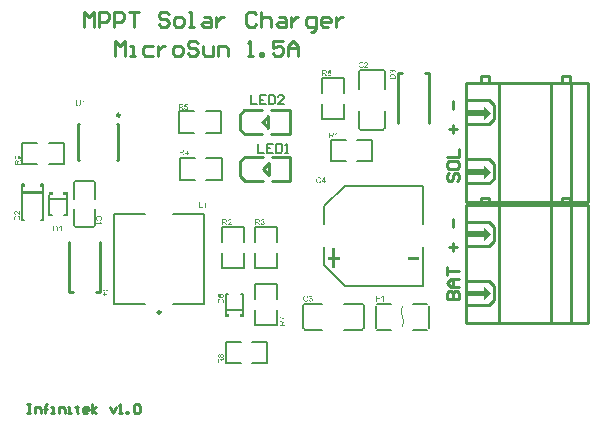
<source format=gto>
G04*
G04 #@! TF.GenerationSoftware,Altium Limited,Altium Designer,24.2.2 (26)*
G04*
G04 Layer_Color=65535*
%FSLAX44Y44*%
%MOMM*%
G71*
G04*
G04 #@! TF.SameCoordinates,967F0760-92D6-49E7-A335-9EBDF73BCE5C*
G04*
G04*
G04 #@! TF.FilePolarity,Positive*
G04*
G01*
G75*
%ADD10C,0.1524*%
%ADD11C,0.0762*%
%ADD12C,0.2500*%
%ADD13C,0.2540*%
%ADD14C,0.1520*%
%ADD15C,0.2000*%
%ADD16C,0.1520*%
G36*
X80622Y193170D02*
X84146D01*
Y196218D01*
X80622D01*
Y193170D01*
D01*
D02*
G37*
G36*
X96670D02*
X93146D01*
Y196218D01*
X96670D01*
Y193170D01*
D01*
D02*
G37*
G36*
X229934Y92943D02*
X233458D01*
Y89895D01*
X229934D01*
Y92943D01*
D01*
D02*
G37*
G36*
X394572Y138778D02*
X384613D01*
Y141268D01*
X394572D01*
Y138778D01*
D02*
G37*
G36*
X323277Y141268D02*
X327012D01*
Y138778D01*
X323277D01*
Y131723D01*
X320787D01*
Y138778D01*
X317053D01*
Y141268D01*
X320787D01*
Y148323D01*
X323277D01*
Y141268D01*
D02*
G37*
G36*
X245982Y89895D02*
X242458D01*
Y92943D01*
X245982D01*
Y89895D01*
D02*
G37*
G36*
X455172Y110149D02*
X449172Y104149D01*
Y107649D01*
X433172D01*
Y112649D01*
X449172D01*
Y116149D01*
X455172Y110149D01*
D02*
G37*
G36*
Y160238D02*
X449172Y154238D01*
Y157738D01*
X433172D01*
Y162738D01*
X449172D01*
Y166238D01*
X455172Y160238D01*
D02*
G37*
G36*
Y212917D02*
X449172Y206917D01*
Y210417D01*
X433172D01*
Y215417D01*
X449172D01*
Y218917D01*
X455172Y212917D01*
D02*
G37*
G36*
Y263006D02*
X449172Y257006D01*
Y260506D01*
X433172D01*
Y265506D01*
X449172D01*
Y269006D01*
X455172Y263006D01*
D02*
G37*
G36*
X107713Y270786D02*
Y270779D01*
Y270751D01*
Y270716D01*
Y270667D01*
X107706Y270604D01*
Y270533D01*
X107699Y270449D01*
X107692Y270364D01*
X107671Y270174D01*
X107643Y269977D01*
X107601Y269787D01*
X107573Y269696D01*
X107545Y269611D01*
Y269604D01*
X107538Y269590D01*
X107523Y269569D01*
X107509Y269541D01*
X107467Y269464D01*
X107404Y269365D01*
X107319Y269253D01*
X107221Y269140D01*
X107094Y269021D01*
X106939Y268915D01*
X106932D01*
X106918Y268901D01*
X106897Y268894D01*
X106862Y268873D01*
X106820Y268852D01*
X106764Y268831D01*
X106707Y268809D01*
X106637Y268781D01*
X106560Y268753D01*
X106475Y268732D01*
X106384Y268711D01*
X106278Y268690D01*
X106173Y268676D01*
X106060Y268662D01*
X105807Y268648D01*
X105744D01*
X105694Y268655D01*
X105638D01*
X105568Y268662D01*
X105490Y268669D01*
X105413Y268676D01*
X105237Y268704D01*
X105047Y268746D01*
X104864Y268802D01*
X104688Y268880D01*
X104681D01*
X104667Y268894D01*
X104646Y268908D01*
X104618Y268922D01*
X104540Y268978D01*
X104449Y269056D01*
X104343Y269154D01*
X104245Y269267D01*
X104146Y269407D01*
X104069Y269562D01*
Y269569D01*
X104062Y269583D01*
X104055Y269611D01*
X104041Y269647D01*
X104027Y269689D01*
X104013Y269745D01*
X103991Y269809D01*
X103977Y269886D01*
X103963Y269970D01*
X103942Y270062D01*
X103928Y270160D01*
X103914Y270266D01*
X103900Y270385D01*
X103893Y270512D01*
X103886Y270646D01*
Y270786D01*
Y273601D01*
X104533D01*
Y270786D01*
Y270779D01*
Y270758D01*
Y270723D01*
Y270681D01*
X104540Y270632D01*
Y270568D01*
X104547Y270435D01*
X104561Y270280D01*
X104583Y270125D01*
X104611Y269977D01*
X104625Y269914D01*
X104646Y269851D01*
X104653Y269837D01*
X104667Y269801D01*
X104702Y269752D01*
X104744Y269682D01*
X104794Y269611D01*
X104864Y269534D01*
X104948Y269457D01*
X105047Y269393D01*
X105061Y269386D01*
X105096Y269365D01*
X105160Y269344D01*
X105244Y269316D01*
X105342Y269281D01*
X105469Y269260D01*
X105603Y269239D01*
X105751Y269231D01*
X105821D01*
X105863Y269239D01*
X105926D01*
X105990Y269246D01*
X106145Y269274D01*
X106313Y269309D01*
X106475Y269365D01*
X106630Y269443D01*
X106700Y269492D01*
X106764Y269548D01*
X106771Y269555D01*
X106778Y269562D01*
X106792Y269583D01*
X106813Y269611D01*
X106834Y269654D01*
X106862Y269696D01*
X106890Y269759D01*
X106918Y269823D01*
X106947Y269900D01*
X106968Y269991D01*
X106996Y270097D01*
X107017Y270210D01*
X107038Y270336D01*
X107052Y270470D01*
X107066Y270625D01*
Y270786D01*
Y273601D01*
X107713D01*
Y270786D01*
D02*
G37*
G36*
X110795Y268732D02*
X110197D01*
Y272538D01*
X110190Y272531D01*
X110155Y272503D01*
X110113Y272461D01*
X110042Y272412D01*
X109965Y272348D01*
X109866Y272278D01*
X109754Y272201D01*
X109627Y272123D01*
X109620D01*
X109613Y272116D01*
X109571Y272088D01*
X109501Y272053D01*
X109416Y272011D01*
X109318Y271961D01*
X109212Y271912D01*
X109107Y271863D01*
X109001Y271821D01*
Y272398D01*
X109008D01*
X109022Y272412D01*
X109050Y272419D01*
X109086Y272440D01*
X109128Y272461D01*
X109177Y272489D01*
X109297Y272560D01*
X109437Y272637D01*
X109578Y272735D01*
X109726Y272848D01*
X109874Y272968D01*
X109881Y272975D01*
X109888Y272982D01*
X109909Y273003D01*
X109937Y273024D01*
X110000Y273094D01*
X110084Y273179D01*
X110169Y273277D01*
X110260Y273390D01*
X110338Y273502D01*
X110408Y273622D01*
X110795D01*
Y268732D01*
D02*
G37*
G36*
X227650Y58896D02*
X227699Y58889D01*
X227763Y58882D01*
X227833Y58868D01*
X227910Y58846D01*
X228072Y58797D01*
X228164Y58762D01*
X228248Y58713D01*
X228339Y58664D01*
X228424Y58607D01*
X228508Y58537D01*
X228593Y58460D01*
X228600Y58452D01*
X228614Y58438D01*
X228635Y58417D01*
X228656Y58382D01*
X228691Y58333D01*
X228726Y58284D01*
X228762Y58220D01*
X228804Y58150D01*
X228846Y58073D01*
X228881Y57981D01*
X228916Y57882D01*
X228951Y57784D01*
X228973Y57671D01*
X228994Y57552D01*
X229008Y57432D01*
X229015Y57299D01*
Y57228D01*
X229008Y57179D01*
X229001Y57116D01*
X228994Y57045D01*
X228980Y56968D01*
X228959Y56884D01*
X228909Y56694D01*
X228874Y56595D01*
X228839Y56504D01*
X228790Y56405D01*
X228733Y56307D01*
X228670Y56215D01*
X228593Y56131D01*
X228586Y56124D01*
X228572Y56109D01*
X228550Y56088D01*
X228515Y56060D01*
X228473Y56032D01*
X228424Y55990D01*
X228368Y55955D01*
X228297Y55912D01*
X228227Y55870D01*
X228142Y55835D01*
X227966Y55765D01*
X227861Y55737D01*
X227755Y55715D01*
X227643Y55701D01*
X227530Y55694D01*
X227523D01*
X227509D01*
X227481D01*
X227453Y55701D01*
X227411D01*
X227361Y55708D01*
X227249Y55722D01*
X227122Y55751D01*
X226996Y55793D01*
X226862Y55856D01*
X226735Y55934D01*
X226728D01*
X226721Y55948D01*
X226686Y55976D01*
X226630Y56032D01*
X226559Y56109D01*
X226489Y56208D01*
X226412Y56328D01*
X226348Y56461D01*
X226299Y56623D01*
Y56616D01*
X226292Y56609D01*
X226285Y56588D01*
X226271Y56560D01*
X226243Y56497D01*
X226201Y56412D01*
X226144Y56321D01*
X226074Y56229D01*
X225996Y56145D01*
X225912Y56067D01*
X225898Y56060D01*
X225870Y56039D01*
X225814Y56011D01*
X225743Y55983D01*
X225652Y55948D01*
X225546Y55919D01*
X225427Y55898D01*
X225300Y55891D01*
X225293D01*
X225279D01*
X225251D01*
X225208Y55898D01*
X225166Y55905D01*
X225110Y55912D01*
X224990Y55941D01*
X224850Y55983D01*
X224702Y56053D01*
X224625Y56095D01*
X224547Y56145D01*
X224477Y56208D01*
X224406Y56271D01*
X224399Y56278D01*
X224392Y56292D01*
X224371Y56314D01*
X224350Y56342D01*
X224322Y56377D01*
X224294Y56426D01*
X224259Y56482D01*
X224223Y56539D01*
X224188Y56609D01*
X224153Y56686D01*
X224125Y56771D01*
X224097Y56862D01*
X224055Y57059D01*
X224048Y57172D01*
X224041Y57284D01*
Y57348D01*
X224048Y57390D01*
X224055Y57446D01*
X224062Y57510D01*
X224069Y57580D01*
X224090Y57650D01*
X224132Y57819D01*
X224195Y57988D01*
X224237Y58073D01*
X224287Y58157D01*
X224350Y58234D01*
X224413Y58312D01*
X224421Y58319D01*
X224428Y58326D01*
X224449Y58347D01*
X224477Y58375D01*
X224519Y58403D01*
X224561Y58438D01*
X224667Y58509D01*
X224800Y58579D01*
X224955Y58642D01*
X225131Y58692D01*
X225223Y58699D01*
X225321Y58706D01*
X225328D01*
X225335D01*
X225377D01*
X225441Y58699D01*
X225518Y58685D01*
X225617Y58664D01*
X225715Y58628D01*
X225814Y58586D01*
X225912Y58523D01*
X225926Y58516D01*
X225954Y58488D01*
X225996Y58445D01*
X226053Y58389D01*
X226116Y58312D01*
X226179Y58220D01*
X226243Y58115D01*
X226299Y57988D01*
Y57995D01*
X226306Y58009D01*
X226313Y58030D01*
X226327Y58058D01*
X226362Y58143D01*
X226412Y58241D01*
X226482Y58347D01*
X226559Y58460D01*
X226658Y58565D01*
X226770Y58664D01*
X226777D01*
X226784Y58671D01*
X226827Y58699D01*
X226897Y58741D01*
X226989Y58783D01*
X227101Y58825D01*
X227235Y58868D01*
X227383Y58896D01*
X227544Y58903D01*
X227551D01*
X227572D01*
X227608D01*
X227650Y58896D01*
D02*
G37*
G36*
X228930Y54519D02*
X227917Y53879D01*
X227910D01*
X227896Y53865D01*
X227875Y53851D01*
X227847Y53830D01*
X227770Y53781D01*
X227671Y53717D01*
X227565Y53640D01*
X227453Y53563D01*
X227347Y53485D01*
X227249Y53415D01*
X227242Y53408D01*
X227214Y53387D01*
X227171Y53351D01*
X227122Y53302D01*
X227017Y53197D01*
X226967Y53140D01*
X226925Y53084D01*
X226918Y53077D01*
X226911Y53063D01*
X226897Y53035D01*
X226876Y52993D01*
X226855Y52950D01*
X226834Y52901D01*
X226799Y52789D01*
Y52782D01*
X226791Y52768D01*
Y52739D01*
X226784Y52704D01*
X226777Y52655D01*
Y52599D01*
X226770Y52521D01*
Y51691D01*
X228930D01*
Y51044D01*
X224062D01*
Y53302D01*
X224069Y53358D01*
Y53422D01*
X224076Y53570D01*
X224097Y53724D01*
X224118Y53893D01*
X224153Y54048D01*
X224174Y54125D01*
X224195Y54189D01*
Y54196D01*
X224202Y54203D01*
X224223Y54245D01*
X224252Y54308D01*
X224301Y54386D01*
X224364Y54470D01*
X224449Y54562D01*
X224547Y54646D01*
X224660Y54731D01*
X224667D01*
X224674Y54738D01*
X224716Y54766D01*
X224786Y54794D01*
X224878Y54836D01*
X224983Y54871D01*
X225110Y54906D01*
X225244Y54928D01*
X225391Y54935D01*
X225399D01*
X225413D01*
X225441D01*
X225476Y54928D01*
X225525D01*
X225574Y54921D01*
X225694Y54892D01*
X225835Y54850D01*
X225982Y54794D01*
X226130Y54709D01*
X226201Y54653D01*
X226271Y54597D01*
X226278Y54590D01*
X226285Y54583D01*
X226306Y54562D01*
X226327Y54534D01*
X226355Y54498D01*
X226383Y54456D01*
X226419Y54400D01*
X226461Y54344D01*
X226496Y54273D01*
X226531Y54196D01*
X226573Y54111D01*
X226609Y54020D01*
X226637Y53914D01*
X226672Y53809D01*
X226693Y53689D01*
X226714Y53563D01*
X226721Y53577D01*
X226735Y53605D01*
X226763Y53647D01*
X226791Y53703D01*
X226869Y53830D01*
X226918Y53893D01*
X226960Y53949D01*
X226975Y53964D01*
X227010Y53999D01*
X227066Y54055D01*
X227136Y54125D01*
X227235Y54203D01*
X227340Y54294D01*
X227467Y54386D01*
X227608Y54484D01*
X228930Y55321D01*
Y54519D01*
D02*
G37*
G36*
X276705Y90642D02*
X276719Y90628D01*
X276747Y90600D01*
X276789Y90572D01*
X276839Y90530D01*
X276895Y90473D01*
X276965Y90417D01*
X277050Y90354D01*
X277134Y90290D01*
X277233Y90213D01*
X277345Y90136D01*
X277458Y90058D01*
X277585Y89974D01*
X277718Y89889D01*
X277866Y89805D01*
X278014Y89720D01*
X278021Y89713D01*
X278049Y89699D01*
X278091Y89678D01*
X278155Y89643D01*
X278232Y89608D01*
X278316Y89566D01*
X278415Y89516D01*
X278527Y89467D01*
X278654Y89411D01*
X278781Y89348D01*
X278921Y89291D01*
X279069Y89235D01*
X279372Y89122D01*
X279695Y89017D01*
X279702D01*
X279723Y89010D01*
X279759Y89003D01*
X279801Y88989D01*
X279857Y88975D01*
X279928Y88961D01*
X280005Y88940D01*
X280089Y88925D01*
X280188Y88904D01*
X280293Y88883D01*
X280518Y88848D01*
X280765Y88813D01*
X281032Y88792D01*
Y88180D01*
X281025D01*
X281004D01*
X280976D01*
X280934Y88187D01*
X280877D01*
X280807Y88194D01*
X280730Y88201D01*
X280645Y88208D01*
X280547Y88222D01*
X280448Y88236D01*
X280329Y88257D01*
X280209Y88278D01*
X280082Y88299D01*
X279942Y88327D01*
X279653Y88398D01*
X279646D01*
X279618Y88405D01*
X279576Y88419D01*
X279512Y88440D01*
X279442Y88461D01*
X279358Y88489D01*
X279259Y88517D01*
X279153Y88560D01*
X279034Y88602D01*
X278914Y88644D01*
X278647Y88750D01*
X278365Y88876D01*
X278084Y89017D01*
X278077Y89024D01*
X278049Y89038D01*
X278014Y89059D01*
X277957Y89087D01*
X277894Y89122D01*
X277817Y89172D01*
X277732Y89221D01*
X277641Y89277D01*
X277437Y89411D01*
X277226Y89552D01*
X277008Y89713D01*
X276804Y89882D01*
Y87497D01*
X276227D01*
Y90649D01*
X276698D01*
X276705Y90642D01*
D02*
G37*
G36*
X281032Y86273D02*
X280019Y85633D01*
X280012D01*
X279998Y85619D01*
X279977Y85604D01*
X279949Y85583D01*
X279871Y85534D01*
X279773Y85471D01*
X279667Y85393D01*
X279555Y85316D01*
X279449Y85239D01*
X279350Y85168D01*
X279343Y85161D01*
X279315Y85140D01*
X279273Y85105D01*
X279224Y85056D01*
X279118Y84950D01*
X279069Y84894D01*
X279027Y84838D01*
X279020Y84831D01*
X279013Y84817D01*
X278999Y84788D01*
X278978Y84746D01*
X278957Y84704D01*
X278935Y84655D01*
X278900Y84542D01*
Y84535D01*
X278893Y84521D01*
Y84493D01*
X278886Y84458D01*
X278879Y84408D01*
Y84352D01*
X278872Y84275D01*
Y83444D01*
X281032D01*
Y82797D01*
X276163D01*
Y85056D01*
X276170Y85112D01*
Y85175D01*
X276177Y85323D01*
X276199Y85478D01*
X276220Y85647D01*
X276255Y85801D01*
X276276Y85879D01*
X276297Y85942D01*
Y85949D01*
X276304Y85956D01*
X276325Y85998D01*
X276353Y86062D01*
X276402Y86139D01*
X276466Y86224D01*
X276550Y86315D01*
X276649Y86400D01*
X276761Y86484D01*
X276768D01*
X276775Y86491D01*
X276818Y86519D01*
X276888Y86547D01*
X276980Y86589D01*
X277085Y86625D01*
X277212Y86660D01*
X277345Y86681D01*
X277493Y86688D01*
X277500D01*
X277514D01*
X277542D01*
X277577Y86681D01*
X277627D01*
X277676Y86674D01*
X277796Y86646D01*
X277936Y86604D01*
X278084Y86547D01*
X278232Y86463D01*
X278302Y86407D01*
X278373Y86350D01*
X278380Y86343D01*
X278387Y86336D01*
X278408Y86315D01*
X278429Y86287D01*
X278457Y86252D01*
X278485Y86210D01*
X278520Y86153D01*
X278563Y86097D01*
X278598Y86027D01*
X278633Y85949D01*
X278675Y85865D01*
X278710Y85773D01*
X278738Y85668D01*
X278774Y85562D01*
X278795Y85443D01*
X278816Y85316D01*
X278823Y85330D01*
X278837Y85358D01*
X278865Y85400D01*
X278893Y85457D01*
X278971Y85583D01*
X279020Y85647D01*
X279062Y85703D01*
X279076Y85717D01*
X279111Y85752D01*
X279168Y85809D01*
X279238Y85879D01*
X279336Y85956D01*
X279442Y86048D01*
X279569Y86139D01*
X279709Y86238D01*
X281032Y87075D01*
Y86273D01*
D02*
G37*
G36*
X318656Y299214D02*
X318705D01*
X318761Y299207D01*
X318895Y299179D01*
X319043Y299144D01*
X319198Y299087D01*
X319352Y299003D01*
X319430Y298954D01*
X319500Y298897D01*
X319507Y298890D01*
X319514Y298883D01*
X319535Y298862D01*
X319556Y298841D01*
X319592Y298806D01*
X319620Y298764D01*
X319697Y298665D01*
X319774Y298539D01*
X319845Y298384D01*
X319908Y298208D01*
X319950Y298011D01*
X319352Y297962D01*
Y297969D01*
X319345Y297976D01*
X319338Y298018D01*
X319317Y298081D01*
X319289Y298159D01*
X319261Y298243D01*
X319219Y298328D01*
X319169Y298405D01*
X319120Y298468D01*
X319106Y298482D01*
X319078Y298510D01*
X319029Y298553D01*
X318958Y298602D01*
X318867Y298644D01*
X318768Y298686D01*
X318649Y298715D01*
X318522Y298729D01*
X318473D01*
X318417Y298722D01*
X318353Y298708D01*
X318269Y298686D01*
X318184Y298658D01*
X318100Y298623D01*
X318015Y298567D01*
X318001Y298560D01*
X317966Y298532D01*
X317917Y298482D01*
X317854Y298412D01*
X317783Y298328D01*
X317706Y298229D01*
X317636Y298102D01*
X317565Y297962D01*
Y297955D01*
X317558Y297941D01*
X317551Y297920D01*
X317537Y297891D01*
X317530Y297849D01*
X317516Y297800D01*
X317502Y297744D01*
X317488Y297673D01*
X317467Y297596D01*
X317453Y297511D01*
X317439Y297420D01*
X317432Y297321D01*
X317418Y297209D01*
X317410Y297096D01*
X317403Y296970D01*
Y296843D01*
X317410Y296850D01*
X317439Y296892D01*
X317488Y296949D01*
X317551Y297019D01*
X317621Y297103D01*
X317713Y297181D01*
X317812Y297258D01*
X317924Y297328D01*
X317931D01*
X317938Y297335D01*
X317980Y297357D01*
X318044Y297378D01*
X318128Y297413D01*
X318227Y297441D01*
X318339Y297462D01*
X318459Y297483D01*
X318585Y297490D01*
X318642D01*
X318684Y297483D01*
X318740Y297476D01*
X318797Y297469D01*
X318867Y297455D01*
X318937Y297434D01*
X319099Y297385D01*
X319183Y297350D01*
X319268Y297300D01*
X319352Y297251D01*
X319444Y297195D01*
X319528Y297124D01*
X319606Y297047D01*
X319613Y297040D01*
X319627Y297026D01*
X319648Y297005D01*
X319669Y296970D01*
X319704Y296920D01*
X319739Y296871D01*
X319774Y296808D01*
X319817Y296737D01*
X319859Y296660D01*
X319894Y296576D01*
X319929Y296477D01*
X319964Y296379D01*
X319986Y296273D01*
X320007Y296154D01*
X320021Y296034D01*
X320028Y295907D01*
Y295900D01*
Y295886D01*
Y295865D01*
Y295830D01*
X320021Y295788D01*
Y295745D01*
X320000Y295633D01*
X319979Y295499D01*
X319943Y295358D01*
X319894Y295204D01*
X319824Y295056D01*
Y295049D01*
X319817Y295042D01*
X319803Y295021D01*
X319788Y294993D01*
X319746Y294922D01*
X319683Y294831D01*
X319606Y294732D01*
X319514Y294634D01*
X319401Y294535D01*
X319282Y294451D01*
X319275D01*
X319268Y294444D01*
X319247Y294430D01*
X319219Y294423D01*
X319148Y294387D01*
X319057Y294352D01*
X318937Y294310D01*
X318804Y294282D01*
X318656Y294254D01*
X318494Y294247D01*
X318459D01*
X318424Y294254D01*
X318367D01*
X318304Y294261D01*
X318234Y294275D01*
X318149Y294296D01*
X318065Y294317D01*
X317966Y294345D01*
X317868Y294380D01*
X317769Y294423D01*
X317664Y294479D01*
X317565Y294542D01*
X317467Y294613D01*
X317368Y294697D01*
X317277Y294796D01*
X317270Y294803D01*
X317256Y294824D01*
X317234Y294852D01*
X317206Y294901D01*
X317164Y294964D01*
X317129Y295035D01*
X317087Y295126D01*
X317045Y295225D01*
X316995Y295344D01*
X316953Y295478D01*
X316918Y295626D01*
X316883Y295788D01*
X316848Y295971D01*
X316826Y296168D01*
X316812Y296379D01*
X316805Y296604D01*
Y296611D01*
Y296618D01*
Y296639D01*
Y296667D01*
X316812Y296737D01*
Y296836D01*
X316819Y296949D01*
X316833Y297082D01*
X316848Y297230D01*
X316869Y297392D01*
X316897Y297554D01*
X316932Y297729D01*
X316974Y297898D01*
X317023Y298067D01*
X317087Y298229D01*
X317157Y298384D01*
X317234Y298532D01*
X317326Y298658D01*
X317333Y298665D01*
X317347Y298679D01*
X317375Y298708D01*
X317410Y298750D01*
X317453Y298792D01*
X317509Y298834D01*
X317579Y298890D01*
X317650Y298940D01*
X317734Y298989D01*
X317826Y299045D01*
X317931Y299087D01*
X318037Y299137D01*
X318156Y299172D01*
X318283Y299200D01*
X318417Y299214D01*
X318557Y299221D01*
X318613D01*
X318656Y299214D01*
D02*
G37*
G36*
X314491Y299193D02*
X314554D01*
X314702Y299186D01*
X314856Y299165D01*
X315025Y299144D01*
X315180Y299109D01*
X315257Y299087D01*
X315321Y299066D01*
X315328D01*
X315335Y299059D01*
X315377Y299038D01*
X315440Y299010D01*
X315518Y298961D01*
X315602Y298897D01*
X315694Y298813D01*
X315778Y298715D01*
X315863Y298602D01*
Y298595D01*
X315870Y298588D01*
X315898Y298546D01*
X315926Y298475D01*
X315968Y298384D01*
X316003Y298278D01*
X316038Y298152D01*
X316059Y298018D01*
X316067Y297870D01*
Y297863D01*
Y297849D01*
Y297821D01*
X316059Y297786D01*
Y297736D01*
X316052Y297687D01*
X316024Y297568D01*
X315982Y297427D01*
X315926Y297279D01*
X315841Y297132D01*
X315785Y297061D01*
X315729Y296991D01*
X315722Y296984D01*
X315715Y296977D01*
X315694Y296956D01*
X315665Y296935D01*
X315630Y296906D01*
X315588Y296878D01*
X315532Y296843D01*
X315476Y296801D01*
X315405Y296766D01*
X315328Y296730D01*
X315243Y296688D01*
X315152Y296653D01*
X315046Y296625D01*
X314941Y296590D01*
X314821Y296569D01*
X314695Y296548D01*
X314709Y296541D01*
X314737Y296526D01*
X314779Y296498D01*
X314835Y296470D01*
X314962Y296393D01*
X315025Y296343D01*
X315082Y296301D01*
X315096Y296287D01*
X315131Y296252D01*
X315187Y296196D01*
X315257Y296125D01*
X315335Y296027D01*
X315426Y295921D01*
X315518Y295795D01*
X315616Y295654D01*
X316453Y294331D01*
X315651D01*
X315011Y295344D01*
Y295351D01*
X314997Y295366D01*
X314983Y295387D01*
X314962Y295415D01*
X314913Y295492D01*
X314849Y295591D01*
X314772Y295696D01*
X314695Y295809D01*
X314617Y295914D01*
X314547Y296013D01*
X314540Y296020D01*
X314519Y296048D01*
X314484Y296090D01*
X314434Y296139D01*
X314329Y296245D01*
X314272Y296294D01*
X314216Y296336D01*
X314209Y296343D01*
X314195Y296350D01*
X314167Y296365D01*
X314125Y296386D01*
X314083Y296407D01*
X314033Y296428D01*
X313921Y296463D01*
X313914D01*
X313900Y296470D01*
X313871D01*
X313836Y296477D01*
X313787Y296484D01*
X313731D01*
X313653Y296491D01*
X312823D01*
Y294331D01*
X312176D01*
Y299200D01*
X314434D01*
X314491Y299193D01*
D02*
G37*
G36*
X198529Y269813D02*
X196581D01*
X196320Y268498D01*
X196327Y268505D01*
X196341Y268512D01*
X196362Y268526D01*
X196397Y268547D01*
X196440Y268568D01*
X196489Y268596D01*
X196602Y268652D01*
X196742Y268709D01*
X196897Y268758D01*
X197066Y268793D01*
X197150Y268807D01*
X197305D01*
X197347Y268800D01*
X197404Y268793D01*
X197467Y268786D01*
X197537Y268772D01*
X197615Y268751D01*
X197784Y268702D01*
X197875Y268666D01*
X197966Y268617D01*
X198058Y268568D01*
X198150Y268512D01*
X198234Y268441D01*
X198318Y268364D01*
X198325Y268357D01*
X198339Y268343D01*
X198361Y268322D01*
X198389Y268287D01*
X198424Y268237D01*
X198459Y268188D01*
X198501Y268125D01*
X198543Y268054D01*
X198579Y267977D01*
X198621Y267893D01*
X198656Y267794D01*
X198691Y267696D01*
X198719Y267590D01*
X198741Y267470D01*
X198755Y267351D01*
X198762Y267224D01*
Y267217D01*
Y267196D01*
Y267161D01*
X198755Y267112D01*
X198748Y267055D01*
X198741Y266992D01*
X198726Y266915D01*
X198712Y266837D01*
X198670Y266654D01*
X198600Y266464D01*
X198557Y266366D01*
X198501Y266274D01*
X198445Y266176D01*
X198375Y266084D01*
X198368Y266077D01*
X198354Y266056D01*
X198325Y266028D01*
X198290Y265993D01*
X198241Y265951D01*
X198185Y265894D01*
X198114Y265845D01*
X198037Y265789D01*
X197952Y265733D01*
X197854Y265683D01*
X197748Y265634D01*
X197636Y265585D01*
X197516Y265550D01*
X197383Y265522D01*
X197242Y265500D01*
X197094Y265493D01*
X197031D01*
X196982Y265500D01*
X196925Y265508D01*
X196862Y265515D01*
X196784Y265522D01*
X196707Y265543D01*
X196531Y265585D01*
X196355Y265648D01*
X196264Y265690D01*
X196172Y265740D01*
X196088Y265796D01*
X196003Y265859D01*
X195996Y265866D01*
X195982Y265873D01*
X195968Y265902D01*
X195940Y265930D01*
X195905Y265965D01*
X195870Y266007D01*
X195828Y266063D01*
X195793Y266127D01*
X195750Y266190D01*
X195708Y266267D01*
X195631Y266436D01*
X195567Y266633D01*
X195546Y266739D01*
X195532Y266851D01*
X196158Y266901D01*
Y266894D01*
Y266880D01*
X196165Y266858D01*
X196172Y266823D01*
X196194Y266746D01*
X196222Y266640D01*
X196264Y266535D01*
X196320Y266415D01*
X196390Y266310D01*
X196475Y266211D01*
X196489Y266204D01*
X196517Y266176D01*
X196573Y266141D01*
X196651Y266098D01*
X196735Y266056D01*
X196841Y266021D01*
X196960Y265993D01*
X197094Y265986D01*
X197136D01*
X197164Y265993D01*
X197249Y266000D01*
X197347Y266028D01*
X197467Y266063D01*
X197587Y266120D01*
X197713Y266204D01*
X197770Y266253D01*
X197826Y266310D01*
X197833Y266317D01*
X197840Y266324D01*
X197854Y266345D01*
X197875Y266366D01*
X197924Y266443D01*
X197981Y266542D01*
X198030Y266661D01*
X198079Y266809D01*
X198114Y266985D01*
X198128Y267076D01*
Y267175D01*
Y267182D01*
Y267196D01*
Y267224D01*
X198121Y267259D01*
Y267302D01*
X198114Y267351D01*
X198093Y267463D01*
X198058Y267597D01*
X198009Y267731D01*
X197938Y267857D01*
X197840Y267977D01*
Y267984D01*
X197826Y267991D01*
X197791Y268026D01*
X197727Y268076D01*
X197643Y268132D01*
X197530Y268181D01*
X197404Y268230D01*
X197256Y268265D01*
X197171Y268280D01*
X197038D01*
X196982Y268272D01*
X196911Y268265D01*
X196827Y268244D01*
X196742Y268223D01*
X196651Y268188D01*
X196559Y268146D01*
X196552Y268139D01*
X196524Y268125D01*
X196482Y268090D01*
X196426Y268054D01*
X196369Y268005D01*
X196313Y267942D01*
X196250Y267878D01*
X196201Y267801D01*
X195638Y267878D01*
X196109Y270383D01*
X198529D01*
Y269813D01*
D02*
G37*
G36*
X193189Y270440D02*
X193253D01*
X193400Y270432D01*
X193555Y270411D01*
X193724Y270390D01*
X193879Y270355D01*
X193956Y270334D01*
X194019Y270313D01*
X194027D01*
X194034Y270306D01*
X194076Y270285D01*
X194139Y270257D01*
X194216Y270207D01*
X194301Y270144D01*
X194392Y270060D01*
X194477Y269961D01*
X194561Y269849D01*
Y269841D01*
X194568Y269834D01*
X194596Y269792D01*
X194625Y269722D01*
X194667Y269630D01*
X194702Y269525D01*
X194737Y269398D01*
X194758Y269265D01*
X194765Y269117D01*
Y269110D01*
Y269096D01*
Y269068D01*
X194758Y269032D01*
Y268983D01*
X194751Y268934D01*
X194723Y268814D01*
X194681Y268674D01*
X194625Y268526D01*
X194540Y268378D01*
X194484Y268308D01*
X194428Y268237D01*
X194421Y268230D01*
X194414Y268223D01*
X194392Y268202D01*
X194364Y268181D01*
X194329Y268153D01*
X194287Y268125D01*
X194230Y268090D01*
X194174Y268047D01*
X194104Y268012D01*
X194027Y267977D01*
X193942Y267935D01*
X193851Y267900D01*
X193745Y267871D01*
X193640Y267836D01*
X193520Y267815D01*
X193393Y267794D01*
X193407Y267787D01*
X193435Y267773D01*
X193478Y267745D01*
X193534Y267717D01*
X193661Y267639D01*
X193724Y267590D01*
X193780Y267548D01*
X193794Y267534D01*
X193829Y267499D01*
X193886Y267442D01*
X193956Y267372D01*
X194034Y267274D01*
X194125Y267168D01*
X194216Y267041D01*
X194315Y266901D01*
X195152Y265578D01*
X194350D01*
X193710Y266591D01*
Y266598D01*
X193696Y266612D01*
X193682Y266633D01*
X193661Y266661D01*
X193611Y266739D01*
X193548Y266837D01*
X193471Y266943D01*
X193393Y267055D01*
X193316Y267161D01*
X193246Y267259D01*
X193239Y267266D01*
X193217Y267295D01*
X193182Y267337D01*
X193133Y267386D01*
X193027Y267492D01*
X192971Y267541D01*
X192915Y267583D01*
X192908Y267590D01*
X192894Y267597D01*
X192866Y267611D01*
X192823Y267632D01*
X192781Y267653D01*
X192732Y267675D01*
X192619Y267710D01*
X192612D01*
X192598Y267717D01*
X192570D01*
X192535Y267724D01*
X192486Y267731D01*
X192429D01*
X192352Y267738D01*
X191522D01*
Y265578D01*
X190874D01*
Y270447D01*
X193133D01*
X193189Y270440D01*
D02*
G37*
G36*
X198745Y228898D02*
X199407D01*
Y228350D01*
X198745D01*
Y227182D01*
X198147D01*
Y228350D01*
X196029D01*
Y228898D01*
X198260Y232050D01*
X198745D01*
Y228898D01*
D02*
G37*
G36*
X193890Y232043D02*
X193954D01*
X194102Y232036D01*
X194256Y232015D01*
X194425Y231994D01*
X194580Y231959D01*
X194657Y231938D01*
X194721Y231917D01*
X194728D01*
X194735Y231910D01*
X194777Y231889D01*
X194840Y231860D01*
X194918Y231811D01*
X195002Y231748D01*
X195094Y231663D01*
X195178Y231565D01*
X195262Y231452D01*
Y231445D01*
X195270Y231438D01*
X195298Y231396D01*
X195326Y231326D01*
X195368Y231234D01*
X195403Y231129D01*
X195438Y231002D01*
X195459Y230868D01*
X195466Y230721D01*
Y230714D01*
Y230700D01*
Y230671D01*
X195459Y230636D01*
Y230587D01*
X195452Y230538D01*
X195424Y230418D01*
X195382Y230277D01*
X195326Y230130D01*
X195241Y229982D01*
X195185Y229911D01*
X195129Y229841D01*
X195122Y229834D01*
X195115Y229827D01*
X195094Y229806D01*
X195065Y229785D01*
X195030Y229757D01*
X194988Y229729D01*
X194932Y229693D01*
X194876Y229651D01*
X194805Y229616D01*
X194728Y229581D01*
X194643Y229539D01*
X194552Y229503D01*
X194446Y229475D01*
X194341Y229440D01*
X194221Y229419D01*
X194095Y229398D01*
X194109Y229391D01*
X194137Y229377D01*
X194179Y229349D01*
X194235Y229321D01*
X194362Y229243D01*
X194425Y229194D01*
X194482Y229152D01*
X194496Y229138D01*
X194531Y229102D01*
X194587Y229046D01*
X194657Y228976D01*
X194735Y228877D01*
X194826Y228772D01*
X194918Y228645D01*
X195016Y228504D01*
X195854Y227182D01*
X195051D01*
X194411Y228195D01*
Y228202D01*
X194397Y228216D01*
X194383Y228237D01*
X194362Y228265D01*
X194313Y228342D01*
X194249Y228441D01*
X194172Y228547D01*
X194095Y228659D01*
X194017Y228765D01*
X193947Y228863D01*
X193940Y228870D01*
X193919Y228898D01*
X193883Y228941D01*
X193834Y228990D01*
X193729Y229095D01*
X193672Y229145D01*
X193616Y229187D01*
X193609Y229194D01*
X193595Y229201D01*
X193567Y229215D01*
X193525Y229236D01*
X193482Y229257D01*
X193433Y229278D01*
X193321Y229314D01*
X193314D01*
X193300Y229321D01*
X193271D01*
X193236Y229328D01*
X193187Y229335D01*
X193131D01*
X193053Y229342D01*
X192223D01*
Y227182D01*
X191576D01*
Y232050D01*
X193834D01*
X193890Y232043D01*
D02*
G37*
G36*
X261954Y173023D02*
X262045Y173009D01*
X262158Y172988D01*
X262285Y172953D01*
X262411Y172911D01*
X262538Y172854D01*
X262545D01*
X262552Y172847D01*
X262594Y172826D01*
X262658Y172784D01*
X262728Y172735D01*
X262812Y172665D01*
X262897Y172587D01*
X262981Y172496D01*
X263051Y172390D01*
X263059Y172376D01*
X263080Y172341D01*
X263108Y172278D01*
X263143Y172200D01*
X263178Y172109D01*
X263206Y172003D01*
X263227Y171884D01*
X263235Y171764D01*
Y171750D01*
Y171708D01*
X263227Y171651D01*
X263213Y171574D01*
X263192Y171483D01*
X263157Y171384D01*
X263115Y171285D01*
X263059Y171187D01*
X263051Y171173D01*
X263030Y171145D01*
X262988Y171096D01*
X262932Y171039D01*
X262862Y170976D01*
X262777Y170906D01*
X262679Y170842D01*
X262559Y170779D01*
X262566D01*
X262580Y170772D01*
X262601Y170765D01*
X262629Y170758D01*
X262707Y170730D01*
X262805Y170688D01*
X262918Y170631D01*
X263030Y170561D01*
X263136Y170469D01*
X263235Y170364D01*
X263242Y170350D01*
X263270Y170308D01*
X263312Y170237D01*
X263354Y170146D01*
X263396Y170033D01*
X263438Y169900D01*
X263467Y169745D01*
X263474Y169576D01*
Y169569D01*
Y169548D01*
Y169513D01*
X263467Y169470D01*
X263460Y169414D01*
X263445Y169351D01*
X263431Y169280D01*
X263417Y169203D01*
X263361Y169034D01*
X263319Y168943D01*
X263277Y168858D01*
X263220Y168767D01*
X263157Y168675D01*
X263087Y168584D01*
X263002Y168499D01*
X262995Y168492D01*
X262981Y168478D01*
X262953Y168457D01*
X262918Y168429D01*
X262876Y168394D01*
X262819Y168359D01*
X262756Y168316D01*
X262679Y168281D01*
X262601Y168239D01*
X262510Y168197D01*
X262418Y168162D01*
X262313Y168126D01*
X262200Y168098D01*
X262081Y168077D01*
X261961Y168063D01*
X261827Y168056D01*
X261764D01*
X261722Y168063D01*
X261665Y168070D01*
X261602Y168077D01*
X261532Y168091D01*
X261454Y168105D01*
X261286Y168148D01*
X261110Y168218D01*
X261018Y168260D01*
X260934Y168309D01*
X260849Y168373D01*
X260765Y168436D01*
X260758Y168443D01*
X260744Y168457D01*
X260723Y168478D01*
X260702Y168506D01*
X260666Y168542D01*
X260631Y168591D01*
X260589Y168640D01*
X260547Y168703D01*
X260505Y168774D01*
X260462Y168844D01*
X260385Y169013D01*
X260322Y169210D01*
X260301Y169315D01*
X260287Y169428D01*
X260884Y169506D01*
Y169498D01*
X260892Y169484D01*
X260899Y169456D01*
X260906Y169421D01*
X260913Y169379D01*
X260927Y169330D01*
X260962Y169224D01*
X261011Y169097D01*
X261075Y168978D01*
X261145Y168865D01*
X261229Y168767D01*
X261243Y168760D01*
X261271Y168731D01*
X261328Y168696D01*
X261398Y168661D01*
X261483Y168619D01*
X261588Y168584D01*
X261708Y168556D01*
X261834Y168549D01*
X261877D01*
X261905Y168556D01*
X261982Y168563D01*
X262081Y168584D01*
X262193Y168619D01*
X262313Y168668D01*
X262432Y168738D01*
X262545Y168837D01*
X262559Y168851D01*
X262594Y168893D01*
X262636Y168957D01*
X262693Y169041D01*
X262749Y169147D01*
X262791Y169266D01*
X262826Y169407D01*
X262840Y169562D01*
Y169569D01*
Y169583D01*
Y169604D01*
X262833Y169632D01*
X262826Y169709D01*
X262805Y169801D01*
X262777Y169914D01*
X262728Y170026D01*
X262658Y170139D01*
X262566Y170244D01*
X262552Y170258D01*
X262517Y170286D01*
X262460Y170329D01*
X262383Y170378D01*
X262285Y170427D01*
X262165Y170469D01*
X262031Y170497D01*
X261884Y170512D01*
X261820D01*
X261771Y170504D01*
X261708Y170497D01*
X261637Y170483D01*
X261553Y170469D01*
X261462Y170448D01*
X261532Y170976D01*
X261567D01*
X261595Y170969D01*
X261687D01*
X261764Y170983D01*
X261856Y170997D01*
X261961Y171018D01*
X262081Y171053D01*
X262193Y171103D01*
X262313Y171166D01*
X262320D01*
X262327Y171173D01*
X262362Y171201D01*
X262411Y171250D01*
X262468Y171314D01*
X262524Y171405D01*
X262573Y171511D01*
X262608Y171630D01*
X262622Y171701D01*
Y171778D01*
Y171785D01*
Y171792D01*
Y171834D01*
X262608Y171891D01*
X262594Y171968D01*
X262566Y172052D01*
X262531Y172144D01*
X262475Y172235D01*
X262397Y172320D01*
X262390Y172327D01*
X262355Y172355D01*
X262306Y172390D01*
X262242Y172432D01*
X262158Y172467D01*
X262059Y172503D01*
X261947Y172531D01*
X261820Y172538D01*
X261764D01*
X261701Y172524D01*
X261616Y172510D01*
X261525Y172482D01*
X261433Y172446D01*
X261335Y172390D01*
X261243Y172320D01*
X261236Y172313D01*
X261208Y172278D01*
X261166Y172228D01*
X261117Y172158D01*
X261067Y172066D01*
X261018Y171954D01*
X260976Y171820D01*
X260948Y171665D01*
X260350Y171771D01*
Y171778D01*
X260357Y171799D01*
X260364Y171827D01*
X260371Y171870D01*
X260385Y171919D01*
X260406Y171975D01*
X260448Y172109D01*
X260519Y172264D01*
X260603Y172418D01*
X260709Y172566D01*
X260842Y172700D01*
X260849Y172707D01*
X260863Y172714D01*
X260884Y172728D01*
X260913Y172749D01*
X260948Y172777D01*
X260997Y172805D01*
X261046Y172833D01*
X261110Y172869D01*
X261250Y172925D01*
X261412Y172981D01*
X261602Y173016D01*
X261701Y173030D01*
X261877D01*
X261954Y173023D01*
D02*
G37*
G36*
X257936Y173002D02*
X258000D01*
X258148Y172995D01*
X258302Y172974D01*
X258471Y172953D01*
X258626Y172918D01*
X258703Y172897D01*
X258767Y172876D01*
X258774D01*
X258781Y172869D01*
X258823Y172847D01*
X258886Y172819D01*
X258964Y172770D01*
X259048Y172707D01*
X259140Y172622D01*
X259224Y172524D01*
X259308Y172411D01*
Y172404D01*
X259315Y172397D01*
X259344Y172355D01*
X259372Y172285D01*
X259414Y172193D01*
X259449Y172088D01*
X259484Y171961D01*
X259506Y171827D01*
X259513Y171679D01*
Y171672D01*
Y171658D01*
Y171630D01*
X259506Y171595D01*
Y171546D01*
X259499Y171497D01*
X259470Y171377D01*
X259428Y171236D01*
X259372Y171089D01*
X259287Y170941D01*
X259231Y170870D01*
X259175Y170800D01*
X259168Y170793D01*
X259161Y170786D01*
X259140Y170765D01*
X259111Y170744D01*
X259076Y170716D01*
X259034Y170688D01*
X258978Y170652D01*
X258922Y170610D01*
X258851Y170575D01*
X258774Y170540D01*
X258689Y170497D01*
X258598Y170462D01*
X258492Y170434D01*
X258387Y170399D01*
X258267Y170378D01*
X258141Y170357D01*
X258155Y170350D01*
X258183Y170336D01*
X258225Y170308D01*
X258281Y170279D01*
X258408Y170202D01*
X258471Y170153D01*
X258528Y170110D01*
X258542Y170096D01*
X258577Y170061D01*
X258633Y170005D01*
X258703Y169935D01*
X258781Y169836D01*
X258872Y169731D01*
X258964Y169604D01*
X259062Y169463D01*
X259900Y168141D01*
X259097D01*
X258457Y169154D01*
Y169161D01*
X258443Y169175D01*
X258429Y169196D01*
X258408Y169224D01*
X258359Y169301D01*
X258295Y169400D01*
X258218Y169506D01*
X258141Y169618D01*
X258063Y169724D01*
X257993Y169822D01*
X257986Y169829D01*
X257965Y169857D01*
X257929Y169900D01*
X257880Y169949D01*
X257775Y170054D01*
X257718Y170103D01*
X257662Y170146D01*
X257655Y170153D01*
X257641Y170160D01*
X257613Y170174D01*
X257571Y170195D01*
X257528Y170216D01*
X257479Y170237D01*
X257367Y170272D01*
X257360D01*
X257346Y170279D01*
X257317D01*
X257282Y170286D01*
X257233Y170294D01*
X257177D01*
X257099Y170301D01*
X256269D01*
Y168141D01*
X255622D01*
Y173009D01*
X257880D01*
X257936Y173002D01*
D02*
G37*
G36*
X234095Y172981D02*
X234151Y172974D01*
X234221Y172967D01*
X234299Y172953D01*
X234376Y172939D01*
X234559Y172890D01*
X234742Y172819D01*
X234834Y172777D01*
X234925Y172728D01*
X235009Y172665D01*
X235087Y172594D01*
X235094Y172587D01*
X235108Y172580D01*
X235122Y172552D01*
X235150Y172524D01*
X235185Y172489D01*
X235221Y172439D01*
X235256Y172390D01*
X235298Y172327D01*
X235368Y172193D01*
X235439Y172024D01*
X235467Y171940D01*
X235481Y171841D01*
X235495Y171743D01*
X235502Y171637D01*
Y171623D01*
Y171588D01*
X235495Y171532D01*
X235488Y171454D01*
X235474Y171370D01*
X235446Y171271D01*
X235418Y171166D01*
X235375Y171060D01*
X235368Y171046D01*
X235354Y171011D01*
X235326Y170955D01*
X235284Y170877D01*
X235228Y170793D01*
X235157Y170688D01*
X235073Y170582D01*
X234974Y170462D01*
X234960Y170448D01*
X234925Y170406D01*
X234890Y170371D01*
X234855Y170336D01*
X234813Y170294D01*
X234756Y170237D01*
X234700Y170181D01*
X234630Y170118D01*
X234559Y170047D01*
X234475Y169970D01*
X234383Y169892D01*
X234285Y169801D01*
X234172Y169709D01*
X234060Y169611D01*
X234053Y169604D01*
X234039Y169590D01*
X234011Y169569D01*
X233975Y169541D01*
X233933Y169498D01*
X233884Y169456D01*
X233771Y169365D01*
X233652Y169259D01*
X233539Y169154D01*
X233441Y169062D01*
X233398Y169027D01*
X233363Y168992D01*
X233356Y168985D01*
X233335Y168964D01*
X233307Y168936D01*
X233272Y168893D01*
X233237Y168844D01*
X233194Y168795D01*
X233110Y168675D01*
X235509D01*
Y168098D01*
X232280D01*
Y168105D01*
Y168134D01*
Y168176D01*
X232287Y168232D01*
X232294Y168295D01*
X232308Y168366D01*
X232322Y168436D01*
X232350Y168513D01*
Y168520D01*
X232357Y168528D01*
X232371Y168570D01*
X232399Y168633D01*
X232442Y168717D01*
X232498Y168816D01*
X232568Y168929D01*
X232645Y169041D01*
X232744Y169161D01*
Y169168D01*
X232758Y169175D01*
X232793Y169217D01*
X232857Y169280D01*
X232948Y169372D01*
X233054Y169477D01*
X233187Y169604D01*
X233349Y169745D01*
X233525Y169892D01*
X233532Y169900D01*
X233560Y169921D01*
X233602Y169956D01*
X233652Y169998D01*
X233715Y170054D01*
X233792Y170118D01*
X233870Y170188D01*
X233961Y170265D01*
X234137Y170434D01*
X234313Y170603D01*
X234397Y170688D01*
X234475Y170772D01*
X234545Y170849D01*
X234601Y170927D01*
Y170934D01*
X234615Y170941D01*
X234630Y170962D01*
X234644Y170990D01*
X234693Y171067D01*
X234749Y171159D01*
X234799Y171271D01*
X234848Y171391D01*
X234876Y171525D01*
X234890Y171651D01*
Y171658D01*
Y171665D01*
X234883Y171708D01*
X234876Y171778D01*
X234855Y171855D01*
X234827Y171954D01*
X234777Y172052D01*
X234714Y172151D01*
X234630Y172249D01*
X234615Y172264D01*
X234580Y172292D01*
X234531Y172327D01*
X234454Y172376D01*
X234355Y172418D01*
X234243Y172460D01*
X234109Y172489D01*
X233961Y172496D01*
X233919D01*
X233891Y172489D01*
X233806Y172482D01*
X233708Y172460D01*
X233602Y172432D01*
X233483Y172383D01*
X233370Y172320D01*
X233265Y172235D01*
X233251Y172221D01*
X233222Y172186D01*
X233180Y172130D01*
X233138Y172045D01*
X233089Y171947D01*
X233046Y171820D01*
X233018Y171679D01*
X233004Y171518D01*
X232392Y171581D01*
Y171588D01*
X232399Y171609D01*
Y171644D01*
X232406Y171694D01*
X232420Y171750D01*
X232434Y171813D01*
X232456Y171891D01*
X232477Y171968D01*
X232533Y172137D01*
X232617Y172306D01*
X232667Y172390D01*
X232730Y172475D01*
X232793Y172552D01*
X232864Y172622D01*
X232871Y172629D01*
X232885Y172636D01*
X232906Y172658D01*
X232941Y172679D01*
X232983Y172707D01*
X233032Y172735D01*
X233089Y172770D01*
X233159Y172805D01*
X233237Y172840D01*
X233321Y172876D01*
X233412Y172904D01*
X233511Y172932D01*
X233616Y172953D01*
X233729Y172974D01*
X233849Y172981D01*
X233975Y172988D01*
X234046D01*
X234095Y172981D01*
D02*
G37*
G36*
X230021Y172960D02*
X230084D01*
X230232Y172953D01*
X230387Y172932D01*
X230556Y172911D01*
X230711Y172876D01*
X230788Y172854D01*
X230851Y172833D01*
X230858D01*
X230865Y172826D01*
X230908Y172805D01*
X230971Y172777D01*
X231048Y172728D01*
X231133Y172665D01*
X231224Y172580D01*
X231309Y172482D01*
X231393Y172369D01*
Y172362D01*
X231400Y172355D01*
X231428Y172313D01*
X231457Y172242D01*
X231499Y172151D01*
X231534Y172045D01*
X231569Y171919D01*
X231590Y171785D01*
X231597Y171637D01*
Y171630D01*
Y171616D01*
Y171588D01*
X231590Y171553D01*
Y171504D01*
X231583Y171454D01*
X231555Y171335D01*
X231513Y171194D01*
X231457Y171046D01*
X231372Y170898D01*
X231316Y170828D01*
X231259Y170758D01*
X231252Y170751D01*
X231245Y170744D01*
X231224Y170723D01*
X231196Y170702D01*
X231161Y170673D01*
X231119Y170645D01*
X231063Y170610D01*
X231006Y170568D01*
X230936Y170533D01*
X230858Y170497D01*
X230774Y170455D01*
X230683Y170420D01*
X230577Y170392D01*
X230471Y170357D01*
X230352Y170336D01*
X230225Y170315D01*
X230239Y170308D01*
X230267Y170294D01*
X230310Y170265D01*
X230366Y170237D01*
X230493Y170160D01*
X230556Y170110D01*
X230612Y170068D01*
X230626Y170054D01*
X230661Y170019D01*
X230718Y169963D01*
X230788Y169892D01*
X230865Y169794D01*
X230957Y169688D01*
X231048Y169562D01*
X231147Y169421D01*
X231984Y168098D01*
X231182D01*
X230542Y169111D01*
Y169118D01*
X230528Y169133D01*
X230514Y169154D01*
X230493Y169182D01*
X230443Y169259D01*
X230380Y169358D01*
X230303Y169463D01*
X230225Y169576D01*
X230148Y169681D01*
X230077Y169780D01*
X230070Y169787D01*
X230049Y169815D01*
X230014Y169857D01*
X229965Y169907D01*
X229859Y170012D01*
X229803Y170061D01*
X229747Y170103D01*
X229740Y170110D01*
X229726Y170118D01*
X229697Y170132D01*
X229655Y170153D01*
X229613Y170174D01*
X229564Y170195D01*
X229451Y170230D01*
X229444D01*
X229430Y170237D01*
X229402D01*
X229367Y170244D01*
X229318Y170251D01*
X229261D01*
X229184Y170258D01*
X228354D01*
Y168098D01*
X227706D01*
Y172967D01*
X229965D01*
X230021Y172960D01*
D02*
G37*
G36*
X325144Y241457D02*
X324546D01*
Y245263D01*
X324539Y245256D01*
X324504Y245228D01*
X324462Y245186D01*
X324392Y245137D01*
X324314Y245073D01*
X324216Y245003D01*
X324103Y244926D01*
X323976Y244848D01*
X323969D01*
X323962Y244841D01*
X323920Y244813D01*
X323850Y244778D01*
X323765Y244736D01*
X323667Y244686D01*
X323561Y244637D01*
X323456Y244588D01*
X323350Y244546D01*
Y245123D01*
X323357D01*
X323371Y245137D01*
X323400Y245144D01*
X323435Y245165D01*
X323477Y245186D01*
X323526Y245214D01*
X323646Y245285D01*
X323786Y245362D01*
X323927Y245460D01*
X324075Y245573D01*
X324223Y245693D01*
X324230Y245700D01*
X324237Y245707D01*
X324258Y245728D01*
X324286Y245749D01*
X324349Y245819D01*
X324434Y245904D01*
X324518Y246002D01*
X324610Y246115D01*
X324687Y246227D01*
X324757Y246347D01*
X325144D01*
Y241457D01*
D02*
G37*
G36*
X320550Y246319D02*
X320613D01*
X320761Y246312D01*
X320916Y246291D01*
X321085Y246269D01*
X321240Y246234D01*
X321317Y246213D01*
X321380Y246192D01*
X321387D01*
X321394Y246185D01*
X321437Y246164D01*
X321500Y246136D01*
X321577Y246087D01*
X321662Y246023D01*
X321753Y245939D01*
X321838Y245840D01*
X321922Y245728D01*
Y245721D01*
X321929Y245714D01*
X321957Y245671D01*
X321985Y245601D01*
X322028Y245510D01*
X322063Y245404D01*
X322098Y245277D01*
X322119Y245144D01*
X322126Y244996D01*
Y244989D01*
Y244975D01*
Y244947D01*
X322119Y244912D01*
Y244862D01*
X322112Y244813D01*
X322084Y244694D01*
X322042Y244553D01*
X321985Y244405D01*
X321901Y244257D01*
X321844Y244187D01*
X321788Y244116D01*
X321781Y244109D01*
X321774Y244102D01*
X321753Y244081D01*
X321725Y244060D01*
X321690Y244032D01*
X321647Y244004D01*
X321591Y243969D01*
X321535Y243927D01*
X321465Y243891D01*
X321387Y243856D01*
X321303Y243814D01*
X321211Y243779D01*
X321106Y243751D01*
X321000Y243715D01*
X320881Y243694D01*
X320754Y243673D01*
X320768Y243666D01*
X320796Y243652D01*
X320838Y243624D01*
X320895Y243596D01*
X321021Y243519D01*
X321085Y243469D01*
X321141Y243427D01*
X321155Y243413D01*
X321190Y243378D01*
X321246Y243321D01*
X321317Y243251D01*
X321394Y243153D01*
X321486Y243047D01*
X321577Y242920D01*
X321676Y242780D01*
X322513Y241457D01*
X321711D01*
X321071Y242470D01*
Y242477D01*
X321057Y242491D01*
X321043Y242512D01*
X321021Y242540D01*
X320972Y242618D01*
X320909Y242716D01*
X320831Y242822D01*
X320754Y242934D01*
X320677Y243040D01*
X320606Y243139D01*
X320599Y243146D01*
X320578Y243174D01*
X320543Y243216D01*
X320494Y243265D01*
X320388Y243371D01*
X320332Y243420D01*
X320276Y243462D01*
X320269Y243469D01*
X320255Y243476D01*
X320226Y243490D01*
X320184Y243512D01*
X320142Y243533D01*
X320093Y243554D01*
X319980Y243589D01*
X319973D01*
X319959Y243596D01*
X319931D01*
X319896Y243603D01*
X319846Y243610D01*
X319790D01*
X319713Y243617D01*
X318883D01*
Y241457D01*
X318235D01*
Y246326D01*
X320494D01*
X320550Y246319D01*
D02*
G37*
G36*
X54712Y226935D02*
X54804D01*
X54909Y226927D01*
X55015Y226913D01*
X55254Y226892D01*
X55507Y226857D01*
X55746Y226808D01*
X55866Y226773D01*
X55971Y226737D01*
X55978D01*
X55992Y226730D01*
X56021Y226716D01*
X56063Y226702D01*
X56105Y226681D01*
X56161Y226653D01*
X56281Y226583D01*
X56415Y226498D01*
X56555Y226400D01*
X56689Y226273D01*
X56809Y226132D01*
Y226125D01*
X56823Y226111D01*
X56837Y226090D01*
X56851Y226062D01*
X56872Y226020D01*
X56900Y225978D01*
X56928Y225921D01*
X56949Y225865D01*
X57006Y225731D01*
X57055Y225569D01*
X57083Y225394D01*
X57097Y225197D01*
Y225140D01*
X57090Y225105D01*
Y225056D01*
X57083Y225000D01*
X57055Y224866D01*
X57020Y224718D01*
X56964Y224563D01*
X56886Y224409D01*
X56837Y224331D01*
X56781Y224261D01*
X56774Y224254D01*
X56767Y224247D01*
X56745Y224226D01*
X56724Y224205D01*
X56689Y224176D01*
X56647Y224141D01*
X56548Y224071D01*
X56422Y224000D01*
X56267Y223930D01*
X56091Y223874D01*
X55887Y223832D01*
X55838Y224409D01*
X55845D01*
X55859Y224416D01*
X55873D01*
X55901Y224423D01*
X55978Y224444D01*
X56063Y224472D01*
X56161Y224507D01*
X56260Y224556D01*
X56351Y224613D01*
X56429Y224683D01*
X56436Y224690D01*
X56457Y224718D01*
X56485Y224767D01*
X56513Y224824D01*
X56548Y224901D01*
X56576Y224993D01*
X56598Y225098D01*
X56605Y225211D01*
Y225260D01*
X56598Y225309D01*
X56591Y225373D01*
X56576Y225450D01*
X56555Y225527D01*
X56527Y225612D01*
X56485Y225689D01*
X56478Y225696D01*
X56464Y225724D01*
X56436Y225767D01*
X56394Y225809D01*
X56344Y225865D01*
X56288Y225921D01*
X56225Y225978D01*
X56147Y226034D01*
X56140Y226041D01*
X56105Y226055D01*
X56056Y226083D01*
X55992Y226111D01*
X55908Y226147D01*
X55810Y226182D01*
X55697Y226217D01*
X55570Y226252D01*
X55563D01*
X55556Y226259D01*
X55535D01*
X55507Y226266D01*
X55437Y226280D01*
X55345Y226301D01*
X55233Y226315D01*
X55113Y226329D01*
X54979Y226336D01*
X54839Y226343D01*
X54832D01*
X54811D01*
X54775D01*
X54719D01*
X54733Y226336D01*
X54768Y226308D01*
X54818Y226266D01*
X54888Y226217D01*
X54958Y226147D01*
X55036Y226062D01*
X55113Y225963D01*
X55183Y225851D01*
X55190Y225837D01*
X55212Y225795D01*
X55240Y225731D01*
X55268Y225654D01*
X55303Y225548D01*
X55331Y225436D01*
X55352Y225309D01*
X55359Y225175D01*
Y225119D01*
X55352Y225077D01*
X55345Y225021D01*
X55338Y224964D01*
X55324Y224894D01*
X55303Y224824D01*
X55254Y224662D01*
X55219Y224578D01*
X55176Y224493D01*
X55127Y224402D01*
X55064Y224317D01*
X55001Y224233D01*
X54923Y224155D01*
X54916Y224148D01*
X54902Y224134D01*
X54881Y224120D01*
X54846Y224092D01*
X54796Y224057D01*
X54747Y224022D01*
X54684Y223986D01*
X54613Y223951D01*
X54536Y223909D01*
X54452Y223874D01*
X54353Y223839D01*
X54255Y223804D01*
X54142Y223775D01*
X54022Y223761D01*
X53903Y223747D01*
X53769Y223740D01*
X53762D01*
X53734D01*
X53699D01*
X53650Y223747D01*
X53586Y223754D01*
X53509Y223761D01*
X53432Y223775D01*
X53340Y223797D01*
X53157Y223846D01*
X53059Y223881D01*
X52953Y223923D01*
X52855Y223972D01*
X52763Y224036D01*
X52665Y224099D01*
X52580Y224176D01*
X52573Y224184D01*
X52559Y224198D01*
X52538Y224219D01*
X52510Y224254D01*
X52475Y224296D01*
X52432Y224352D01*
X52397Y224409D01*
X52348Y224479D01*
X52306Y224549D01*
X52271Y224634D01*
X52193Y224824D01*
X52165Y224922D01*
X52144Y225035D01*
X52130Y225147D01*
X52123Y225267D01*
Y225316D01*
X52130Y225351D01*
Y225387D01*
X52137Y225436D01*
X52158Y225555D01*
X52186Y225689D01*
X52235Y225837D01*
X52299Y225985D01*
X52383Y226132D01*
Y226139D01*
X52397Y226147D01*
X52411Y226168D01*
X52432Y226196D01*
X52489Y226266D01*
X52566Y226357D01*
X52672Y226449D01*
X52798Y226555D01*
X52946Y226646D01*
X53115Y226730D01*
X53122D01*
X53136Y226737D01*
X53164Y226751D01*
X53199Y226766D01*
X53249Y226780D01*
X53312Y226801D01*
X53382Y226815D01*
X53460Y226836D01*
X53551Y226857D01*
X53657Y226878D01*
X53769Y226892D01*
X53889Y226906D01*
X54022Y226920D01*
X54163Y226935D01*
X54318Y226942D01*
X54480D01*
X54487D01*
X54522D01*
X54571D01*
X54635D01*
X54712Y226935D01*
D02*
G37*
G36*
X57013Y222558D02*
X56000Y221918D01*
X55992D01*
X55978Y221904D01*
X55957Y221890D01*
X55929Y221869D01*
X55852Y221819D01*
X55753Y221756D01*
X55648Y221679D01*
X55535Y221601D01*
X55430Y221524D01*
X55331Y221454D01*
X55324Y221446D01*
X55296Y221425D01*
X55254Y221390D01*
X55205Y221341D01*
X55099Y221236D01*
X55050Y221179D01*
X55008Y221123D01*
X55001Y221116D01*
X54993Y221102D01*
X54979Y221074D01*
X54958Y221031D01*
X54937Y220989D01*
X54916Y220940D01*
X54881Y220827D01*
Y220820D01*
X54874Y220806D01*
Y220778D01*
X54867Y220743D01*
X54860Y220694D01*
Y220637D01*
X54853Y220560D01*
Y219730D01*
X57013D01*
Y219083D01*
X52144D01*
Y221341D01*
X52151Y221397D01*
Y221461D01*
X52158Y221608D01*
X52179Y221763D01*
X52200Y221932D01*
X52235Y222087D01*
X52256Y222164D01*
X52278Y222227D01*
Y222235D01*
X52285Y222242D01*
X52306Y222284D01*
X52334Y222347D01*
X52383Y222425D01*
X52446Y222509D01*
X52531Y222600D01*
X52629Y222685D01*
X52742Y222769D01*
X52749D01*
X52756Y222776D01*
X52798Y222805D01*
X52869Y222833D01*
X52960Y222875D01*
X53066Y222910D01*
X53192Y222945D01*
X53326Y222966D01*
X53474Y222973D01*
X53481D01*
X53495D01*
X53523D01*
X53558Y222966D01*
X53607D01*
X53657Y222959D01*
X53776Y222931D01*
X53917Y222889D01*
X54065Y222833D01*
X54212Y222748D01*
X54283Y222692D01*
X54353Y222636D01*
X54360Y222629D01*
X54367Y222621D01*
X54388Y222600D01*
X54409Y222572D01*
X54438Y222537D01*
X54466Y222495D01*
X54501Y222439D01*
X54543Y222382D01*
X54578Y222312D01*
X54613Y222235D01*
X54656Y222150D01*
X54691Y222059D01*
X54719Y221953D01*
X54754Y221848D01*
X54775Y221728D01*
X54796Y221601D01*
X54804Y221615D01*
X54818Y221644D01*
X54846Y221686D01*
X54874Y221742D01*
X54951Y221869D01*
X55001Y221932D01*
X55043Y221988D01*
X55057Y222002D01*
X55092Y222038D01*
X55148Y222094D01*
X55219Y222164D01*
X55317Y222242D01*
X55423Y222333D01*
X55549Y222425D01*
X55690Y222523D01*
X57013Y223360D01*
Y222558D01*
D02*
G37*
G36*
X213983Y182467D02*
X213385D01*
Y186273D01*
X213378Y186266D01*
X213343Y186238D01*
X213301Y186196D01*
X213230Y186147D01*
X213153Y186084D01*
X213055Y186013D01*
X212942Y185936D01*
X212815Y185858D01*
X212808D01*
X212801Y185851D01*
X212759Y185823D01*
X212689Y185788D01*
X212604Y185746D01*
X212506Y185697D01*
X212400Y185647D01*
X212295Y185598D01*
X212189Y185556D01*
Y186133D01*
X212196D01*
X212210Y186147D01*
X212238Y186154D01*
X212274Y186175D01*
X212316Y186196D01*
X212365Y186224D01*
X212485Y186294D01*
X212625Y186372D01*
X212766Y186470D01*
X212914Y186583D01*
X213062Y186703D01*
X213069Y186710D01*
X213076Y186717D01*
X213097Y186738D01*
X213125Y186759D01*
X213188Y186829D01*
X213273Y186914D01*
X213357Y187012D01*
X213449Y187125D01*
X213526Y187237D01*
X213596Y187357D01*
X213983D01*
Y182467D01*
D02*
G37*
G36*
X208812Y183044D02*
X211211D01*
Y182467D01*
X208165D01*
Y187336D01*
X208812D01*
Y183044D01*
D02*
G37*
G36*
X364215Y103328D02*
X363617D01*
Y107135D01*
X363610Y107128D01*
X363575Y107100D01*
X363533Y107057D01*
X363462Y107008D01*
X363385Y106945D01*
X363287Y106874D01*
X363174Y106797D01*
X363047Y106720D01*
X363040D01*
X363033Y106713D01*
X362991Y106684D01*
X362921Y106649D01*
X362836Y106607D01*
X362738Y106558D01*
X362632Y106509D01*
X362527Y106459D01*
X362421Y106417D01*
Y106994D01*
X362428D01*
X362442Y107008D01*
X362470Y107015D01*
X362506Y107036D01*
X362548Y107057D01*
X362597Y107085D01*
X362717Y107156D01*
X362857Y107233D01*
X362998Y107332D01*
X363146Y107444D01*
X363294Y107564D01*
X363301Y107571D01*
X363308Y107578D01*
X363329Y107599D01*
X363357Y107620D01*
X363420Y107690D01*
X363505Y107775D01*
X363589Y107873D01*
X363681Y107986D01*
X363758Y108099D01*
X363828Y108218D01*
X364215D01*
Y103328D01*
D02*
G37*
G36*
X361373Y107620D02*
X358727D01*
Y106115D01*
X361014D01*
Y105538D01*
X358727D01*
Y103328D01*
X358080D01*
Y108197D01*
X361373D01*
Y107620D01*
D02*
G37*
G36*
X227386Y109713D02*
X227442Y109706D01*
X227506Y109699D01*
X227583Y109685D01*
X227661Y109671D01*
X227843Y109629D01*
X228033Y109558D01*
X228132Y109516D01*
X228223Y109460D01*
X228322Y109404D01*
X228413Y109333D01*
X228420Y109326D01*
X228441Y109312D01*
X228470Y109284D01*
X228505Y109249D01*
X228547Y109200D01*
X228603Y109143D01*
X228652Y109073D01*
X228709Y108996D01*
X228765Y108911D01*
X228814Y108813D01*
X228864Y108707D01*
X228913Y108595D01*
X228948Y108475D01*
X228976Y108341D01*
X228997Y108201D01*
X229004Y108053D01*
Y107990D01*
X228997Y107940D01*
X228990Y107884D01*
X228983Y107821D01*
X228976Y107743D01*
X228955Y107666D01*
X228913Y107490D01*
X228850Y107314D01*
X228807Y107223D01*
X228758Y107131D01*
X228702Y107047D01*
X228638Y106962D01*
X228631Y106955D01*
X228624Y106941D01*
X228596Y106927D01*
X228568Y106899D01*
X228533Y106864D01*
X228491Y106829D01*
X228434Y106786D01*
X228371Y106751D01*
X228308Y106709D01*
X228230Y106667D01*
X228062Y106589D01*
X227864Y106526D01*
X227759Y106505D01*
X227646Y106491D01*
X227597Y107117D01*
X227604D01*
X227618D01*
X227639Y107124D01*
X227675Y107131D01*
X227752Y107152D01*
X227857Y107180D01*
X227963Y107223D01*
X228083Y107279D01*
X228188Y107349D01*
X228287Y107434D01*
X228294Y107448D01*
X228322Y107476D01*
X228357Y107532D01*
X228399Y107610D01*
X228441Y107694D01*
X228477Y107800D01*
X228505Y107919D01*
X228512Y108053D01*
Y108095D01*
X228505Y108123D01*
X228498Y108208D01*
X228470Y108306D01*
X228434Y108426D01*
X228378Y108545D01*
X228294Y108672D01*
X228244Y108728D01*
X228188Y108785D01*
X228181Y108792D01*
X228174Y108799D01*
X228153Y108813D01*
X228132Y108834D01*
X228055Y108883D01*
X227956Y108939D01*
X227836Y108989D01*
X227689Y109038D01*
X227513Y109073D01*
X227421Y109087D01*
X227323D01*
X227316D01*
X227302D01*
X227274D01*
X227238Y109080D01*
X227196D01*
X227147Y109073D01*
X227034Y109052D01*
X226901Y109017D01*
X226767Y108968D01*
X226640Y108897D01*
X226521Y108799D01*
X226514D01*
X226507Y108785D01*
X226471Y108749D01*
X226422Y108686D01*
X226366Y108602D01*
X226317Y108489D01*
X226267Y108362D01*
X226232Y108215D01*
X226218Y108130D01*
Y107997D01*
X226225Y107940D01*
X226232Y107870D01*
X226253Y107786D01*
X226274Y107701D01*
X226310Y107610D01*
X226352Y107518D01*
X226359Y107511D01*
X226373Y107483D01*
X226408Y107441D01*
X226443Y107384D01*
X226493Y107328D01*
X226556Y107272D01*
X226619Y107208D01*
X226696Y107159D01*
X226619Y106596D01*
X224114Y107068D01*
Y109488D01*
X224684D01*
Y107539D01*
X226000Y107279D01*
X225993Y107286D01*
X225986Y107300D01*
X225972Y107321D01*
X225951Y107356D01*
X225930Y107399D01*
X225902Y107448D01*
X225845Y107560D01*
X225789Y107701D01*
X225740Y107856D01*
X225704Y108025D01*
X225690Y108109D01*
Y108264D01*
X225697Y108306D01*
X225704Y108362D01*
X225711Y108426D01*
X225726Y108496D01*
X225747Y108574D01*
X225796Y108742D01*
X225831Y108834D01*
X225880Y108925D01*
X225930Y109017D01*
X225986Y109108D01*
X226056Y109193D01*
X226134Y109277D01*
X226141Y109284D01*
X226155Y109298D01*
X226176Y109319D01*
X226211Y109347D01*
X226260Y109383D01*
X226310Y109418D01*
X226373Y109460D01*
X226443Y109502D01*
X226521Y109537D01*
X226605Y109580D01*
X226704Y109615D01*
X226802Y109650D01*
X226908Y109678D01*
X227027Y109699D01*
X227147Y109713D01*
X227274Y109720D01*
X227281D01*
X227302D01*
X227337D01*
X227386Y109713D01*
D02*
G37*
G36*
X226605Y105844D02*
X226661D01*
X226795Y105837D01*
X226950Y105815D01*
X227112Y105794D01*
X227281Y105759D01*
X227449Y105717D01*
X227456D01*
X227470Y105710D01*
X227492Y105703D01*
X227520Y105696D01*
X227597Y105668D01*
X227696Y105625D01*
X227808Y105583D01*
X227921Y105527D01*
X228040Y105457D01*
X228153Y105386D01*
X228167Y105379D01*
X228202Y105351D01*
X228251Y105309D01*
X228315Y105253D01*
X228385Y105189D01*
X228456Y105112D01*
X228533Y105035D01*
X228596Y104943D01*
X228603Y104929D01*
X228624Y104901D01*
X228652Y104852D01*
X228688Y104781D01*
X228730Y104697D01*
X228765Y104598D01*
X228807Y104486D01*
X228843Y104359D01*
Y104345D01*
X228850Y104324D01*
X228857Y104303D01*
X228864Y104232D01*
X228878Y104134D01*
X228892Y104021D01*
X228906Y103888D01*
X228913Y103740D01*
X228920Y103578D01*
Y101826D01*
X224051D01*
Y103698D01*
X224058Y103824D01*
X224065Y103965D01*
X224079Y104106D01*
X224100Y104247D01*
X224121Y104366D01*
Y104373D01*
X224128Y104387D01*
Y104408D01*
X224143Y104436D01*
X224164Y104514D01*
X224199Y104612D01*
X224248Y104725D01*
X224311Y104845D01*
X224382Y104964D01*
X224473Y105077D01*
X224480Y105084D01*
X224487Y105091D01*
X224508Y105112D01*
X224529Y105140D01*
X224600Y105210D01*
X224698Y105295D01*
X224818Y105386D01*
X224959Y105485D01*
X225121Y105576D01*
X225303Y105654D01*
X225310D01*
X225325Y105661D01*
X225353Y105675D01*
X225395Y105682D01*
X225444Y105703D01*
X225501Y105717D01*
X225564Y105731D01*
X225641Y105752D01*
X225719Y105773D01*
X225810Y105787D01*
X226007Y105822D01*
X226225Y105844D01*
X226464Y105851D01*
X226471D01*
X226486D01*
X226521D01*
X226556D01*
X226605Y105844D01*
D02*
G37*
G36*
X131212Y114061D02*
X131205Y113935D01*
X131198Y113794D01*
X131184Y113653D01*
X131163Y113513D01*
X131142Y113393D01*
Y113386D01*
X131135Y113372D01*
Y113351D01*
X131121Y113323D01*
X131100Y113245D01*
X131065Y113147D01*
X131015Y113034D01*
X130952Y112915D01*
X130882Y112795D01*
X130790Y112682D01*
X130783Y112675D01*
X130776Y112668D01*
X130755Y112647D01*
X130734Y112619D01*
X130664Y112549D01*
X130565Y112464D01*
X130445Y112373D01*
X130305Y112274D01*
X130143Y112183D01*
X129960Y112105D01*
X129953D01*
X129939Y112098D01*
X129911Y112084D01*
X129868Y112077D01*
X129819Y112056D01*
X129763Y112042D01*
X129700Y112028D01*
X129622Y112007D01*
X129545Y111986D01*
X129453Y111972D01*
X129256Y111937D01*
X129038Y111916D01*
X128799Y111908D01*
X128792D01*
X128778D01*
X128743D01*
X128708D01*
X128658Y111916D01*
X128602D01*
X128468Y111923D01*
X128314Y111944D01*
X128152Y111965D01*
X127983Y112000D01*
X127814Y112042D01*
X127807D01*
X127793Y112049D01*
X127772Y112056D01*
X127744Y112063D01*
X127666Y112091D01*
X127568Y112134D01*
X127455Y112176D01*
X127343Y112232D01*
X127223Y112302D01*
X127111Y112373D01*
X127096Y112380D01*
X127061Y112408D01*
X127012Y112450D01*
X126949Y112507D01*
X126878Y112570D01*
X126808Y112647D01*
X126731Y112725D01*
X126667Y112816D01*
X126660Y112830D01*
X126639Y112858D01*
X126611Y112907D01*
X126576Y112978D01*
X126534Y113062D01*
X126498Y113161D01*
X126456Y113273D01*
X126421Y113400D01*
Y113414D01*
X126414Y113435D01*
X126407Y113456D01*
X126400Y113527D01*
X126386Y113625D01*
X126372Y113738D01*
X126358Y113871D01*
X126351Y114019D01*
X126344Y114181D01*
Y115933D01*
X131212D01*
Y114061D01*
D02*
G37*
G36*
Y109242D02*
Y108756D01*
X128060D01*
Y108095D01*
X127512D01*
Y108756D01*
X126344D01*
Y109354D01*
X127512D01*
Y111472D01*
X128060D01*
X131212Y109242D01*
D02*
G37*
G36*
X373055Y299640D02*
X373111Y299633D01*
X373174Y299619D01*
X373245Y299605D01*
X373322Y299591D01*
X373491Y299535D01*
X373582Y299493D01*
X373667Y299450D01*
X373758Y299394D01*
X373850Y299331D01*
X373941Y299261D01*
X374026Y299176D01*
X374033Y299169D01*
X374047Y299155D01*
X374068Y299127D01*
X374096Y299092D01*
X374131Y299049D01*
X374166Y298993D01*
X374209Y298930D01*
X374244Y298852D01*
X374286Y298775D01*
X374328Y298683D01*
X374363Y298592D01*
X374398Y298486D01*
X374427Y298374D01*
X374448Y298254D01*
X374462Y298135D01*
X374469Y298001D01*
Y297938D01*
X374462Y297896D01*
X374455Y297839D01*
X374448Y297776D01*
X374434Y297706D01*
X374420Y297628D01*
X374377Y297459D01*
X374307Y297283D01*
X374265Y297192D01*
X374216Y297108D01*
X374152Y297023D01*
X374089Y296939D01*
X374082Y296932D01*
X374068Y296917D01*
X374047Y296896D01*
X374019Y296875D01*
X373983Y296840D01*
X373934Y296805D01*
X373885Y296763D01*
X373822Y296721D01*
X373751Y296678D01*
X373681Y296636D01*
X373512Y296559D01*
X373315Y296495D01*
X373209Y296474D01*
X373097Y296460D01*
X373019Y297058D01*
X373027D01*
X373041Y297065D01*
X373069Y297072D01*
X373104Y297079D01*
X373146Y297086D01*
X373195Y297101D01*
X373301Y297136D01*
X373428Y297185D01*
X373547Y297248D01*
X373660Y297319D01*
X373758Y297403D01*
X373765Y297417D01*
X373793Y297445D01*
X373829Y297502D01*
X373864Y297572D01*
X373906Y297656D01*
X373941Y297762D01*
X373969Y297881D01*
X373976Y298008D01*
Y298050D01*
X373969Y298078D01*
X373962Y298156D01*
X373941Y298254D01*
X373906Y298367D01*
X373857Y298486D01*
X373786Y298606D01*
X373688Y298719D01*
X373674Y298733D01*
X373632Y298768D01*
X373568Y298810D01*
X373484Y298867D01*
X373378Y298923D01*
X373259Y298965D01*
X373118Y299000D01*
X372963Y299014D01*
X372956D01*
X372942D01*
X372921D01*
X372893Y299007D01*
X372816Y299000D01*
X372724Y298979D01*
X372611Y298951D01*
X372499Y298902D01*
X372386Y298831D01*
X372281Y298740D01*
X372267Y298726D01*
X372239Y298691D01*
X372196Y298634D01*
X372147Y298557D01*
X372098Y298458D01*
X372056Y298339D01*
X372028Y298205D01*
X372013Y298057D01*
Y297994D01*
X372020Y297945D01*
X372028Y297881D01*
X372042Y297811D01*
X372056Y297727D01*
X372077Y297635D01*
X371549Y297706D01*
Y297741D01*
X371556Y297769D01*
Y297860D01*
X371542Y297938D01*
X371528Y298029D01*
X371507Y298135D01*
X371472Y298254D01*
X371422Y298367D01*
X371359Y298486D01*
Y298494D01*
X371352Y298501D01*
X371324Y298536D01*
X371275Y298585D01*
X371211Y298641D01*
X371120Y298698D01*
X371014Y298747D01*
X370895Y298782D01*
X370824Y298796D01*
X370747D01*
X370740D01*
X370733D01*
X370691D01*
X370634Y298782D01*
X370557Y298768D01*
X370473Y298740D01*
X370381Y298705D01*
X370290Y298648D01*
X370205Y298571D01*
X370198Y298564D01*
X370170Y298529D01*
X370135Y298479D01*
X370093Y298416D01*
X370057Y298332D01*
X370022Y298233D01*
X369994Y298121D01*
X369987Y297994D01*
Y297938D01*
X370001Y297874D01*
X370015Y297790D01*
X370043Y297698D01*
X370079Y297607D01*
X370135Y297509D01*
X370205Y297417D01*
X370212Y297410D01*
X370247Y297382D01*
X370297Y297340D01*
X370367Y297290D01*
X370458Y297241D01*
X370571Y297192D01*
X370705Y297150D01*
X370859Y297122D01*
X370754Y296523D01*
X370747D01*
X370726Y296531D01*
X370698Y296538D01*
X370656Y296545D01*
X370606Y296559D01*
X370550Y296580D01*
X370416Y296622D01*
X370261Y296692D01*
X370107Y296777D01*
X369959Y296882D01*
X369825Y297016D01*
X369818Y297023D01*
X369811Y297037D01*
X369797Y297058D01*
X369776Y297086D01*
X369748Y297122D01*
X369720Y297171D01*
X369692Y297220D01*
X369656Y297283D01*
X369600Y297424D01*
X369544Y297586D01*
X369509Y297776D01*
X369495Y297874D01*
Y298050D01*
X369502Y298128D01*
X369516Y298219D01*
X369537Y298332D01*
X369572Y298458D01*
X369614Y298585D01*
X369670Y298712D01*
Y298719D01*
X369678Y298726D01*
X369699Y298768D01*
X369741Y298831D01*
X369790Y298902D01*
X369860Y298986D01*
X369938Y299070D01*
X370029Y299155D01*
X370135Y299225D01*
X370149Y299232D01*
X370184Y299253D01*
X370247Y299282D01*
X370325Y299317D01*
X370416Y299352D01*
X370522Y299380D01*
X370641Y299401D01*
X370761Y299408D01*
X370775D01*
X370817D01*
X370874Y299401D01*
X370951Y299387D01*
X371043Y299366D01*
X371141Y299331D01*
X371240Y299289D01*
X371338Y299232D01*
X371352Y299225D01*
X371380Y299204D01*
X371429Y299162D01*
X371486Y299106D01*
X371549Y299035D01*
X371619Y298951D01*
X371683Y298852D01*
X371746Y298733D01*
Y298740D01*
X371753Y298754D01*
X371760Y298775D01*
X371767Y298803D01*
X371795Y298881D01*
X371838Y298979D01*
X371894Y299092D01*
X371964Y299204D01*
X372056Y299310D01*
X372161Y299408D01*
X372175Y299415D01*
X372217Y299443D01*
X372288Y299486D01*
X372379Y299528D01*
X372492Y299570D01*
X372626Y299612D01*
X372780Y299640D01*
X372949Y299647D01*
X372956D01*
X372977D01*
X373013D01*
X373055Y299640D01*
D02*
G37*
G36*
X372070Y295806D02*
X372126D01*
X372260Y295799D01*
X372414Y295778D01*
X372576Y295757D01*
X372745Y295721D01*
X372914Y295679D01*
X372921D01*
X372935Y295672D01*
X372956Y295665D01*
X372984Y295658D01*
X373062Y295630D01*
X373160Y295588D01*
X373273Y295546D01*
X373385Y295489D01*
X373505Y295419D01*
X373618Y295349D01*
X373632Y295341D01*
X373667Y295313D01*
X373716Y295271D01*
X373779Y295215D01*
X373850Y295152D01*
X373920Y295074D01*
X373997Y294997D01*
X374061Y294905D01*
X374068Y294891D01*
X374089Y294863D01*
X374117Y294814D01*
X374152Y294743D01*
X374194Y294659D01*
X374230Y294561D01*
X374272Y294448D01*
X374307Y294321D01*
Y294307D01*
X374314Y294286D01*
X374321Y294265D01*
X374328Y294195D01*
X374342Y294096D01*
X374356Y293984D01*
X374370Y293850D01*
X374377Y293702D01*
X374384Y293540D01*
Y291788D01*
X369516D01*
Y293660D01*
X369523Y293787D01*
X369530Y293927D01*
X369544Y294068D01*
X369565Y294209D01*
X369586Y294328D01*
Y294335D01*
X369593Y294349D01*
Y294371D01*
X369607Y294399D01*
X369628Y294476D01*
X369663Y294575D01*
X369713Y294687D01*
X369776Y294807D01*
X369846Y294926D01*
X369938Y295039D01*
X369945Y295046D01*
X369952Y295053D01*
X369973Y295074D01*
X369994Y295102D01*
X370065Y295173D01*
X370163Y295257D01*
X370283Y295349D01*
X370423Y295447D01*
X370585Y295539D01*
X370768Y295616D01*
X370775D01*
X370789Y295623D01*
X370817Y295637D01*
X370859Y295644D01*
X370909Y295665D01*
X370965Y295679D01*
X371028Y295693D01*
X371106Y295714D01*
X371183Y295735D01*
X371275Y295750D01*
X371472Y295785D01*
X371690Y295806D01*
X371929Y295813D01*
X371936D01*
X371950D01*
X371985D01*
X372020D01*
X372070Y295806D01*
D02*
G37*
G36*
X56547Y176698D02*
X56540D01*
X56512D01*
X56469D01*
X56413Y176705D01*
X56350Y176712D01*
X56280Y176726D01*
X56209Y176740D01*
X56132Y176768D01*
X56125D01*
X56118Y176775D01*
X56076Y176789D01*
X56012Y176817D01*
X55928Y176859D01*
X55829Y176916D01*
X55717Y176986D01*
X55604Y177063D01*
X55484Y177162D01*
X55477D01*
X55470Y177176D01*
X55428Y177211D01*
X55365Y177274D01*
X55273Y177366D01*
X55168Y177471D01*
X55041Y177605D01*
X54900Y177767D01*
X54753Y177943D01*
X54746Y177950D01*
X54725Y177978D01*
X54689Y178020D01*
X54647Y178069D01*
X54591Y178133D01*
X54528Y178210D01*
X54457Y178288D01*
X54380Y178379D01*
X54211Y178555D01*
X54042Y178731D01*
X53958Y178815D01*
X53873Y178893D01*
X53796Y178963D01*
X53719Y179019D01*
X53712D01*
X53704Y179033D01*
X53683Y179047D01*
X53655Y179062D01*
X53578Y179111D01*
X53486Y179167D01*
X53374Y179216D01*
X53254Y179265D01*
X53120Y179294D01*
X52994Y179308D01*
X52987D01*
X52980D01*
X52937Y179301D01*
X52867Y179294D01*
X52790Y179273D01*
X52691Y179244D01*
X52593Y179195D01*
X52494Y179132D01*
X52396Y179047D01*
X52382Y179033D01*
X52354Y178998D01*
X52318Y178949D01*
X52269Y178871D01*
X52227Y178773D01*
X52185Y178661D01*
X52157Y178527D01*
X52150Y178379D01*
Y178337D01*
X52157Y178309D01*
X52164Y178224D01*
X52185Y178126D01*
X52213Y178020D01*
X52262Y177901D01*
X52325Y177788D01*
X52410Y177682D01*
X52424Y177668D01*
X52459Y177640D01*
X52515Y177598D01*
X52600Y177556D01*
X52698Y177507D01*
X52825Y177464D01*
X52966Y177436D01*
X53127Y177422D01*
X53064Y176810D01*
X53057D01*
X53036Y176817D01*
X53001D01*
X52952Y176824D01*
X52895Y176838D01*
X52832Y176852D01*
X52755Y176873D01*
X52677Y176894D01*
X52508Y176951D01*
X52340Y177035D01*
X52255Y177084D01*
X52171Y177148D01*
X52093Y177211D01*
X52023Y177281D01*
X52016Y177288D01*
X52009Y177302D01*
X51988Y177324D01*
X51967Y177359D01*
X51939Y177401D01*
X51910Y177450D01*
X51875Y177507D01*
X51840Y177577D01*
X51805Y177654D01*
X51770Y177739D01*
X51741Y177830D01*
X51713Y177929D01*
X51692Y178034D01*
X51671Y178147D01*
X51664Y178266D01*
X51657Y178393D01*
Y178463D01*
X51664Y178513D01*
X51671Y178569D01*
X51678Y178639D01*
X51692Y178717D01*
X51706Y178794D01*
X51755Y178977D01*
X51826Y179160D01*
X51868Y179251D01*
X51917Y179343D01*
X51981Y179427D01*
X52051Y179505D01*
X52058Y179512D01*
X52065Y179526D01*
X52093Y179540D01*
X52121Y179568D01*
X52157Y179603D01*
X52206Y179638D01*
X52255Y179674D01*
X52318Y179716D01*
X52452Y179786D01*
X52621Y179856D01*
X52705Y179885D01*
X52804Y179899D01*
X52902Y179913D01*
X53008Y179920D01*
X53022D01*
X53057D01*
X53113Y179913D01*
X53191Y179906D01*
X53275Y179892D01*
X53374Y179864D01*
X53479Y179835D01*
X53585Y179793D01*
X53599Y179786D01*
X53634Y179772D01*
X53690Y179744D01*
X53768Y179702D01*
X53852Y179646D01*
X53958Y179575D01*
X54063Y179491D01*
X54183Y179392D01*
X54197Y179378D01*
X54239Y179343D01*
X54274Y179308D01*
X54310Y179273D01*
X54352Y179230D01*
X54408Y179174D01*
X54464Y179118D01*
X54528Y179047D01*
X54598Y178977D01*
X54675Y178893D01*
X54753Y178801D01*
X54844Y178703D01*
X54936Y178590D01*
X55034Y178477D01*
X55041Y178470D01*
X55055Y178456D01*
X55076Y178428D01*
X55105Y178393D01*
X55147Y178351D01*
X55189Y178302D01*
X55280Y178189D01*
X55386Y178069D01*
X55491Y177957D01*
X55583Y177858D01*
X55618Y177816D01*
X55653Y177781D01*
X55660Y177774D01*
X55682Y177753D01*
X55710Y177725D01*
X55752Y177689D01*
X55801Y177654D01*
X55850Y177612D01*
X55970Y177528D01*
Y179927D01*
X56547D01*
Y176698D01*
D02*
G37*
G36*
X54232Y176135D02*
X54288D01*
X54422Y176128D01*
X54577Y176106D01*
X54739Y176085D01*
X54908Y176050D01*
X55076Y176008D01*
X55083D01*
X55097Y176001D01*
X55119Y175994D01*
X55147Y175987D01*
X55224Y175959D01*
X55323Y175917D01*
X55435Y175874D01*
X55548Y175818D01*
X55667Y175748D01*
X55780Y175677D01*
X55794Y175670D01*
X55829Y175642D01*
X55879Y175600D01*
X55942Y175544D01*
X56012Y175480D01*
X56083Y175403D01*
X56160Y175326D01*
X56223Y175234D01*
X56230Y175220D01*
X56251Y175192D01*
X56280Y175143D01*
X56315Y175072D01*
X56357Y174988D01*
X56392Y174889D01*
X56434Y174777D01*
X56469Y174650D01*
Y174636D01*
X56476Y174615D01*
X56484Y174594D01*
X56491Y174523D01*
X56505Y174425D01*
X56519Y174312D01*
X56533Y174179D01*
X56540Y174031D01*
X56547Y173869D01*
Y172117D01*
X51678D01*
Y173989D01*
X51685Y174115D01*
X51692Y174256D01*
X51706Y174397D01*
X51727Y174538D01*
X51748Y174657D01*
Y174664D01*
X51755Y174678D01*
Y174699D01*
X51770Y174727D01*
X51791Y174805D01*
X51826Y174903D01*
X51875Y175016D01*
X51939Y175135D01*
X52009Y175255D01*
X52100Y175368D01*
X52107Y175375D01*
X52114Y175382D01*
X52136Y175403D01*
X52157Y175431D01*
X52227Y175501D01*
X52325Y175586D01*
X52445Y175677D01*
X52586Y175776D01*
X52748Y175867D01*
X52930Y175945D01*
X52937D01*
X52952Y175952D01*
X52980Y175966D01*
X53022Y175973D01*
X53071Y175994D01*
X53127Y176008D01*
X53191Y176022D01*
X53268Y176043D01*
X53346Y176064D01*
X53437Y176078D01*
X53634Y176113D01*
X53852Y176135D01*
X54091Y176142D01*
X54098D01*
X54113D01*
X54148D01*
X54183D01*
X54232Y176135D01*
D02*
G37*
G36*
X91596Y162655D02*
X90998D01*
Y166461D01*
X90991Y166454D01*
X90956Y166426D01*
X90914Y166384D01*
X90843Y166335D01*
X90766Y166271D01*
X90667Y166201D01*
X90555Y166124D01*
X90428Y166046D01*
X90421D01*
X90414Y166039D01*
X90372Y166011D01*
X90302Y165976D01*
X90217Y165934D01*
X90119Y165884D01*
X90013Y165835D01*
X89908Y165786D01*
X89802Y165744D01*
Y166321D01*
X89809D01*
X89823Y166335D01*
X89851Y166342D01*
X89886Y166363D01*
X89929Y166384D01*
X89978Y166412D01*
X90098Y166483D01*
X90238Y166560D01*
X90379Y166658D01*
X90527Y166771D01*
X90674Y166891D01*
X90681Y166898D01*
X90688Y166905D01*
X90710Y166926D01*
X90738Y166947D01*
X90801Y167017D01*
X90885Y167102D01*
X90970Y167200D01*
X91061Y167313D01*
X91139Y167425D01*
X91209Y167545D01*
X91596D01*
Y162655D01*
D02*
G37*
G36*
X86678Y167517D02*
X86819Y167510D01*
X86959Y167496D01*
X87100Y167475D01*
X87220Y167453D01*
X87227D01*
X87241Y167446D01*
X87262D01*
X87290Y167432D01*
X87368Y167411D01*
X87466Y167376D01*
X87579Y167327D01*
X87698Y167264D01*
X87818Y167193D01*
X87930Y167102D01*
X87937Y167095D01*
X87944Y167088D01*
X87966Y167066D01*
X87994Y167045D01*
X88064Y166975D01*
X88149Y166877D01*
X88240Y166757D01*
X88338Y166616D01*
X88430Y166454D01*
X88507Y166271D01*
Y166264D01*
X88514Y166250D01*
X88528Y166222D01*
X88535Y166180D01*
X88557Y166131D01*
X88571Y166075D01*
X88585Y166011D01*
X88606Y165934D01*
X88627Y165856D01*
X88641Y165765D01*
X88676Y165568D01*
X88697Y165350D01*
X88704Y165111D01*
Y165103D01*
Y165089D01*
Y165054D01*
Y165019D01*
X88697Y164970D01*
Y164914D01*
X88690Y164780D01*
X88669Y164625D01*
X88648Y164463D01*
X88613Y164294D01*
X88571Y164126D01*
Y164118D01*
X88564Y164104D01*
X88557Y164083D01*
X88550Y164055D01*
X88521Y163978D01*
X88479Y163879D01*
X88437Y163767D01*
X88381Y163654D01*
X88310Y163535D01*
X88240Y163422D01*
X88233Y163408D01*
X88205Y163373D01*
X88163Y163323D01*
X88106Y163260D01*
X88043Y163190D01*
X87966Y163119D01*
X87888Y163042D01*
X87797Y162979D01*
X87783Y162972D01*
X87755Y162951D01*
X87705Y162922D01*
X87635Y162887D01*
X87550Y162845D01*
X87452Y162810D01*
X87339Y162768D01*
X87213Y162733D01*
X87199D01*
X87178Y162725D01*
X87156Y162718D01*
X87086Y162711D01*
X86988Y162697D01*
X86875Y162683D01*
X86741Y162669D01*
X86594Y162662D01*
X86432Y162655D01*
X84680D01*
Y167524D01*
X86551D01*
X86678Y167517D01*
D02*
G37*
G36*
X309549Y208506D02*
X309613Y208499D01*
X309690Y208492D01*
X309767Y208485D01*
X309859Y208464D01*
X310049Y208421D01*
X310260Y208358D01*
X310366Y208316D01*
X310464Y208267D01*
X310562Y208203D01*
X310661Y208140D01*
X310668Y208133D01*
X310682Y208126D01*
X310710Y208105D01*
X310746Y208070D01*
X310781Y208034D01*
X310830Y207985D01*
X310879Y207929D01*
X310935Y207873D01*
X310992Y207802D01*
X311048Y207718D01*
X311111Y207633D01*
X311168Y207542D01*
X311217Y207436D01*
X311273Y207331D01*
X311315Y207218D01*
X311358Y207092D01*
X310724Y206944D01*
Y206951D01*
X310717Y206965D01*
X310703Y206993D01*
X310689Y207028D01*
X310675Y207071D01*
X310654Y207127D01*
X310598Y207239D01*
X310527Y207366D01*
X310443Y207493D01*
X310337Y207612D01*
X310225Y207718D01*
X310211Y207732D01*
X310168Y207760D01*
X310098Y207795D01*
X310007Y207844D01*
X309887Y207887D01*
X309753Y207929D01*
X309592Y207957D01*
X309416Y207964D01*
X309359D01*
X309324Y207957D01*
X309275D01*
X309219Y207950D01*
X309085Y207929D01*
X308937Y207901D01*
X308783Y207852D01*
X308621Y207781D01*
X308473Y207690D01*
X308466D01*
X308459Y207676D01*
X308410Y207640D01*
X308346Y207584D01*
X308269Y207500D01*
X308177Y207394D01*
X308093Y207274D01*
X308016Y207127D01*
X307945Y206965D01*
Y206958D01*
X307938Y206944D01*
X307931Y206923D01*
X307924Y206887D01*
X307910Y206845D01*
X307896Y206796D01*
X307875Y206677D01*
X307847Y206536D01*
X307819Y206381D01*
X307805Y206212D01*
X307798Y206029D01*
Y206022D01*
Y206001D01*
Y205966D01*
Y205924D01*
X307805Y205874D01*
Y205811D01*
X307812Y205741D01*
X307819Y205663D01*
X307840Y205494D01*
X307875Y205312D01*
X307917Y205129D01*
X307973Y204946D01*
Y204939D01*
X307980Y204925D01*
X307994Y204904D01*
X308008Y204868D01*
X308051Y204784D01*
X308114Y204685D01*
X308192Y204573D01*
X308290Y204453D01*
X308403Y204348D01*
X308536Y204249D01*
X308543D01*
X308557Y204242D01*
X308578Y204228D01*
X308607Y204214D01*
X308642Y204200D01*
X308684Y204179D01*
X308783Y204137D01*
X308909Y204094D01*
X309050Y204059D01*
X309205Y204031D01*
X309366Y204024D01*
X309416D01*
X309458Y204031D01*
X309507D01*
X309556Y204038D01*
X309683Y204066D01*
X309831Y204101D01*
X309979Y204158D01*
X310133Y204235D01*
X310211Y204277D01*
X310281Y204334D01*
X310288Y204341D01*
X310295Y204348D01*
X310316Y204369D01*
X310344Y204390D01*
X310373Y204425D01*
X310408Y204467D01*
X310450Y204509D01*
X310485Y204566D01*
X310527Y204629D01*
X310577Y204699D01*
X310619Y204770D01*
X310661Y204854D01*
X310696Y204946D01*
X310731Y205044D01*
X310767Y205150D01*
X310795Y205262D01*
X311442Y205100D01*
Y205093D01*
X311435Y205065D01*
X311421Y205023D01*
X311400Y204967D01*
X311379Y204904D01*
X311350Y204826D01*
X311315Y204742D01*
X311273Y204650D01*
X311175Y204453D01*
X311048Y204256D01*
X310971Y204158D01*
X310893Y204059D01*
X310809Y203975D01*
X310710Y203890D01*
X310703Y203883D01*
X310689Y203869D01*
X310654Y203855D01*
X310619Y203827D01*
X310562Y203792D01*
X310506Y203757D01*
X310429Y203721D01*
X310351Y203686D01*
X310260Y203644D01*
X310161Y203609D01*
X310056Y203574D01*
X309943Y203538D01*
X309824Y203510D01*
X309697Y203496D01*
X309563Y203482D01*
X309423Y203475D01*
X309345D01*
X309289Y203482D01*
X309226D01*
X309148Y203489D01*
X309064Y203503D01*
X308965Y203517D01*
X308761Y203553D01*
X308550Y203609D01*
X308339Y203686D01*
X308241Y203736D01*
X308142Y203792D01*
X308135Y203799D01*
X308121Y203806D01*
X308093Y203827D01*
X308065Y203855D01*
X308023Y203883D01*
X307973Y203925D01*
X307917Y203975D01*
X307861Y204031D01*
X307805Y204094D01*
X307741Y204158D01*
X307614Y204319D01*
X307495Y204509D01*
X307389Y204720D01*
Y204728D01*
X307375Y204749D01*
X307368Y204784D01*
X307347Y204826D01*
X307333Y204882D01*
X307312Y204953D01*
X307284Y205030D01*
X307263Y205114D01*
X307242Y205206D01*
X307213Y205312D01*
X307178Y205530D01*
X307150Y205776D01*
X307136Y206029D01*
Y206036D01*
Y206064D01*
Y206107D01*
X307143Y206156D01*
Y206226D01*
X307150Y206297D01*
X307157Y206388D01*
X307171Y206479D01*
X307206Y206684D01*
X307256Y206909D01*
X307326Y207134D01*
X307425Y207352D01*
X307432Y207359D01*
X307439Y207380D01*
X307453Y207408D01*
X307481Y207443D01*
X307509Y207493D01*
X307544Y207549D01*
X307636Y207676D01*
X307755Y207816D01*
X307896Y207957D01*
X308058Y208098D01*
X308248Y208217D01*
X308255Y208224D01*
X308276Y208231D01*
X308304Y208246D01*
X308339Y208267D01*
X308396Y208288D01*
X308452Y208309D01*
X308522Y208337D01*
X308599Y208365D01*
X308684Y208393D01*
X308775Y208421D01*
X308972Y208464D01*
X309198Y208499D01*
X309430Y208513D01*
X309500D01*
X309549Y208506D01*
D02*
G37*
G36*
X314503Y205276D02*
X315164D01*
Y204728D01*
X314503D01*
Y203560D01*
X313904D01*
Y204728D01*
X311787D01*
Y205276D01*
X314017Y208428D01*
X314503D01*
Y205276D01*
D02*
G37*
G36*
X298577Y108285D02*
X298640Y108278D01*
X298717Y108271D01*
X298795Y108264D01*
X298886Y108243D01*
X299076Y108201D01*
X299287Y108137D01*
X299393Y108095D01*
X299491Y108046D01*
X299590Y107983D01*
X299688Y107919D01*
X299695Y107912D01*
X299709Y107905D01*
X299737Y107884D01*
X299773Y107849D01*
X299808Y107814D01*
X299857Y107764D01*
X299906Y107708D01*
X299963Y107652D01*
X300019Y107581D01*
X300075Y107497D01*
X300138Y107413D01*
X300195Y107321D01*
X300244Y107216D01*
X300300Y107110D01*
X300343Y106997D01*
X300385Y106871D01*
X299751Y106723D01*
Y106730D01*
X299744Y106744D01*
X299730Y106772D01*
X299716Y106807D01*
X299702Y106850D01*
X299681Y106906D01*
X299625Y107019D01*
X299555Y107145D01*
X299470Y107272D01*
X299364Y107392D01*
X299252Y107497D01*
X299238Y107511D01*
X299196Y107539D01*
X299125Y107574D01*
X299034Y107624D01*
X298914Y107666D01*
X298781Y107708D01*
X298619Y107736D01*
X298443Y107743D01*
X298387D01*
X298351Y107736D01*
X298302D01*
X298246Y107729D01*
X298112Y107708D01*
X297964Y107680D01*
X297810Y107631D01*
X297648Y107560D01*
X297500Y107469D01*
X297493D01*
X297486Y107455D01*
X297437Y107420D01*
X297373Y107363D01*
X297296Y107279D01*
X297204Y107173D01*
X297120Y107054D01*
X297043Y106906D01*
X296972Y106744D01*
Y106737D01*
X296965Y106723D01*
X296958Y106702D01*
X296951Y106667D01*
X296937Y106625D01*
X296923Y106575D01*
X296902Y106456D01*
X296874Y106315D01*
X296846Y106160D01*
X296832Y105991D01*
X296825Y105808D01*
Y105801D01*
Y105780D01*
Y105745D01*
Y105703D01*
X296832Y105654D01*
Y105590D01*
X296839Y105520D01*
X296846Y105442D01*
X296867Y105274D01*
X296902Y105091D01*
X296944Y104908D01*
X297001Y104725D01*
Y104718D01*
X297008Y104704D01*
X297022Y104683D01*
X297036Y104648D01*
X297078Y104563D01*
X297141Y104465D01*
X297219Y104352D01*
X297317Y104232D01*
X297430Y104127D01*
X297563Y104028D01*
X297570D01*
X297584Y104021D01*
X297606Y104007D01*
X297634Y103993D01*
X297669Y103979D01*
X297711Y103958D01*
X297810Y103916D01*
X297936Y103874D01*
X298077Y103838D01*
X298232Y103810D01*
X298394Y103803D01*
X298443D01*
X298485Y103810D01*
X298534D01*
X298584Y103817D01*
X298710Y103845D01*
X298858Y103881D01*
X299006Y103937D01*
X299160Y104014D01*
X299238Y104057D01*
X299308Y104113D01*
X299315Y104120D01*
X299322Y104127D01*
X299343Y104148D01*
X299372Y104169D01*
X299400Y104204D01*
X299435Y104247D01*
X299477Y104289D01*
X299512Y104345D01*
X299555Y104408D01*
X299604Y104479D01*
X299646Y104549D01*
X299688Y104633D01*
X299723Y104725D01*
X299758Y104823D01*
X299794Y104929D01*
X299822Y105042D01*
X300469Y104880D01*
Y104873D01*
X300462Y104845D01*
X300448Y104802D01*
X300427Y104746D01*
X300406Y104683D01*
X300378Y104605D01*
X300343Y104521D01*
X300300Y104429D01*
X300202Y104232D01*
X300075Y104035D01*
X299998Y103937D01*
X299920Y103838D01*
X299836Y103754D01*
X299737Y103670D01*
X299730Y103663D01*
X299716Y103648D01*
X299681Y103634D01*
X299646Y103606D01*
X299590Y103571D01*
X299533Y103536D01*
X299456Y103501D01*
X299379Y103465D01*
X299287Y103423D01*
X299189Y103388D01*
X299083Y103353D01*
X298971Y103318D01*
X298851Y103290D01*
X298724Y103275D01*
X298591Y103261D01*
X298450Y103254D01*
X298372D01*
X298316Y103261D01*
X298253D01*
X298176Y103268D01*
X298091Y103282D01*
X297992Y103297D01*
X297789Y103332D01*
X297577Y103388D01*
X297366Y103465D01*
X297268Y103515D01*
X297169Y103571D01*
X297162Y103578D01*
X297148Y103585D01*
X297120Y103606D01*
X297092Y103634D01*
X297050Y103663D01*
X297001Y103705D01*
X296944Y103754D01*
X296888Y103810D01*
X296832Y103874D01*
X296768Y103937D01*
X296642Y104099D01*
X296522Y104289D01*
X296416Y104500D01*
Y104507D01*
X296402Y104528D01*
X296395Y104563D01*
X296374Y104605D01*
X296360Y104662D01*
X296339Y104732D01*
X296311Y104809D01*
X296290Y104894D01*
X296269Y104985D01*
X296241Y105091D01*
X296206Y105309D01*
X296177Y105555D01*
X296163Y105808D01*
Y105815D01*
Y105844D01*
Y105886D01*
X296170Y105935D01*
Y106005D01*
X296177Y106076D01*
X296184Y106167D01*
X296198Y106259D01*
X296234Y106463D01*
X296283Y106688D01*
X296353Y106913D01*
X296452Y107131D01*
X296459Y107138D01*
X296466Y107159D01*
X296480Y107187D01*
X296508Y107223D01*
X296536Y107272D01*
X296571Y107328D01*
X296663Y107455D01*
X296782Y107596D01*
X296923Y107736D01*
X297085Y107877D01*
X297275Y107997D01*
X297282Y108004D01*
X297303Y108011D01*
X297331Y108025D01*
X297366Y108046D01*
X297423Y108067D01*
X297479Y108088D01*
X297549Y108116D01*
X297627Y108144D01*
X297711Y108172D01*
X297803Y108201D01*
X298000Y108243D01*
X298225Y108278D01*
X298457Y108292D01*
X298527D01*
X298577Y108285D01*
D02*
G37*
G36*
X302693Y108222D02*
X302784Y108208D01*
X302896Y108187D01*
X303023Y108151D01*
X303150Y108109D01*
X303276Y108053D01*
X303284D01*
X303291Y108046D01*
X303333Y108025D01*
X303396Y107983D01*
X303466Y107933D01*
X303551Y107863D01*
X303635Y107786D01*
X303720Y107694D01*
X303790Y107589D01*
X303797Y107574D01*
X303818Y107539D01*
X303846Y107476D01*
X303881Y107399D01*
X303917Y107307D01*
X303945Y107201D01*
X303966Y107082D01*
X303973Y106962D01*
Y106948D01*
Y106906D01*
X303966Y106850D01*
X303952Y106772D01*
X303931Y106681D01*
X303896Y106582D01*
X303853Y106484D01*
X303797Y106385D01*
X303790Y106371D01*
X303769Y106343D01*
X303727Y106294D01*
X303670Y106238D01*
X303600Y106174D01*
X303516Y106104D01*
X303417Y106041D01*
X303298Y105977D01*
X303305D01*
X303319Y105970D01*
X303340Y105963D01*
X303368Y105956D01*
X303445Y105928D01*
X303544Y105886D01*
X303656Y105829D01*
X303769Y105759D01*
X303874Y105668D01*
X303973Y105562D01*
X303980Y105548D01*
X304008Y105506D01*
X304050Y105435D01*
X304093Y105344D01*
X304135Y105232D01*
X304177Y105098D01*
X304205Y104943D01*
X304212Y104774D01*
Y104767D01*
Y104746D01*
Y104711D01*
X304205Y104669D01*
X304198Y104612D01*
X304184Y104549D01*
X304170Y104479D01*
X304156Y104401D01*
X304100Y104232D01*
X304057Y104141D01*
X304015Y104057D01*
X303959Y103965D01*
X303896Y103874D01*
X303825Y103782D01*
X303741Y103698D01*
X303734Y103691D01*
X303720Y103677D01*
X303692Y103655D01*
X303656Y103627D01*
X303614Y103592D01*
X303558Y103557D01*
X303494Y103515D01*
X303417Y103479D01*
X303340Y103437D01*
X303248Y103395D01*
X303157Y103360D01*
X303051Y103325D01*
X302939Y103297D01*
X302819Y103275D01*
X302700Y103261D01*
X302566Y103254D01*
X302502D01*
X302460Y103261D01*
X302404Y103268D01*
X302341Y103275D01*
X302270Y103290D01*
X302193Y103304D01*
X302024Y103346D01*
X301848Y103416D01*
X301757Y103458D01*
X301672Y103508D01*
X301588Y103571D01*
X301503Y103634D01*
X301496Y103641D01*
X301482Y103655D01*
X301461Y103677D01*
X301440Y103705D01*
X301405Y103740D01*
X301370Y103789D01*
X301327Y103838D01*
X301285Y103902D01*
X301243Y103972D01*
X301201Y104042D01*
X301124Y104211D01*
X301060Y104408D01*
X301039Y104514D01*
X301025Y104626D01*
X301623Y104704D01*
Y104697D01*
X301630Y104683D01*
X301637Y104655D01*
X301644Y104619D01*
X301651Y104577D01*
X301665Y104528D01*
X301700Y104422D01*
X301750Y104296D01*
X301813Y104176D01*
X301883Y104064D01*
X301968Y103965D01*
X301982Y103958D01*
X302010Y103930D01*
X302066Y103895D01*
X302137Y103860D01*
X302221Y103817D01*
X302327Y103782D01*
X302446Y103754D01*
X302573Y103747D01*
X302615D01*
X302643Y103754D01*
X302721Y103761D01*
X302819Y103782D01*
X302932Y103817D01*
X303051Y103867D01*
X303171Y103937D01*
X303284Y104035D01*
X303298Y104049D01*
X303333Y104092D01*
X303375Y104155D01*
X303431Y104239D01*
X303487Y104345D01*
X303530Y104465D01*
X303565Y104605D01*
X303579Y104760D01*
Y104767D01*
Y104781D01*
Y104802D01*
X303572Y104830D01*
X303565Y104908D01*
X303544Y104999D01*
X303516Y105112D01*
X303466Y105224D01*
X303396Y105337D01*
X303305Y105442D01*
X303291Y105457D01*
X303255Y105485D01*
X303199Y105527D01*
X303122Y105576D01*
X303023Y105625D01*
X302903Y105668D01*
X302770Y105696D01*
X302622Y105710D01*
X302559D01*
X302509Y105703D01*
X302446Y105696D01*
X302376Y105682D01*
X302291Y105668D01*
X302200Y105647D01*
X302270Y106174D01*
X302306D01*
X302334Y106167D01*
X302425D01*
X302502Y106181D01*
X302594Y106195D01*
X302700Y106216D01*
X302819Y106252D01*
X302932Y106301D01*
X303051Y106364D01*
X303058D01*
X303065Y106371D01*
X303100Y106399D01*
X303150Y106449D01*
X303206Y106512D01*
X303262Y106603D01*
X303312Y106709D01*
X303347Y106829D01*
X303361Y106899D01*
Y106976D01*
Y106983D01*
Y106990D01*
Y107033D01*
X303347Y107089D01*
X303333Y107166D01*
X303305Y107251D01*
X303269Y107342D01*
X303213Y107434D01*
X303136Y107518D01*
X303129Y107525D01*
X303093Y107553D01*
X303044Y107589D01*
X302981Y107631D01*
X302896Y107666D01*
X302798Y107701D01*
X302685Y107729D01*
X302559Y107736D01*
X302502D01*
X302439Y107722D01*
X302355Y107708D01*
X302263Y107680D01*
X302172Y107645D01*
X302073Y107589D01*
X301982Y107518D01*
X301975Y107511D01*
X301947Y107476D01*
X301905Y107427D01*
X301855Y107356D01*
X301806Y107265D01*
X301757Y107152D01*
X301714Y107019D01*
X301686Y106864D01*
X301088Y106969D01*
Y106976D01*
X301095Y106997D01*
X301102Y107026D01*
X301109Y107068D01*
X301124Y107117D01*
X301145Y107173D01*
X301187Y107307D01*
X301257Y107462D01*
X301342Y107617D01*
X301447Y107764D01*
X301581Y107898D01*
X301588Y107905D01*
X301602Y107912D01*
X301623Y107926D01*
X301651Y107947D01*
X301686Y107975D01*
X301736Y108004D01*
X301785Y108032D01*
X301848Y108067D01*
X301989Y108123D01*
X302151Y108180D01*
X302341Y108215D01*
X302439Y108229D01*
X302615D01*
X302693Y108222D01*
D02*
G37*
G36*
X345503Y306104D02*
X345566Y306097D01*
X345644Y306090D01*
X345721Y306083D01*
X345813Y306061D01*
X346003Y306019D01*
X346214Y305956D01*
X346319Y305914D01*
X346418Y305865D01*
X346516Y305801D01*
X346615Y305738D01*
X346622Y305731D01*
X346636Y305724D01*
X346664Y305703D01*
X346699Y305667D01*
X346735Y305632D01*
X346784Y305583D01*
X346833Y305527D01*
X346889Y305471D01*
X346945Y305400D01*
X347002Y305316D01*
X347065Y305231D01*
X347121Y305140D01*
X347171Y305034D01*
X347227Y304929D01*
X347269Y304816D01*
X347311Y304690D01*
X346678Y304542D01*
Y304549D01*
X346671Y304563D01*
X346657Y304591D01*
X346643Y304626D01*
X346629Y304668D01*
X346608Y304725D01*
X346552Y304837D01*
X346481Y304964D01*
X346397Y305091D01*
X346291Y305210D01*
X346179Y305316D01*
X346165Y305330D01*
X346122Y305358D01*
X346052Y305393D01*
X345961Y305442D01*
X345841Y305485D01*
X345707Y305527D01*
X345545Y305555D01*
X345369Y305562D01*
X345313D01*
X345278Y305555D01*
X345229D01*
X345173Y305548D01*
X345039Y305527D01*
X344891Y305499D01*
X344736Y305449D01*
X344575Y305379D01*
X344427Y305288D01*
X344420D01*
X344413Y305273D01*
X344363Y305238D01*
X344300Y305182D01*
X344223Y305098D01*
X344131Y304992D01*
X344047Y304872D01*
X343969Y304725D01*
X343899Y304563D01*
Y304556D01*
X343892Y304542D01*
X343885Y304521D01*
X343878Y304485D01*
X343864Y304443D01*
X343850Y304394D01*
X343829Y304274D01*
X343801Y304134D01*
X343772Y303979D01*
X343758Y303810D01*
X343751Y303627D01*
Y303620D01*
Y303599D01*
Y303564D01*
Y303522D01*
X343758Y303472D01*
Y303409D01*
X343765Y303339D01*
X343772Y303261D01*
X343793Y303092D01*
X343829Y302910D01*
X343871Y302726D01*
X343927Y302544D01*
Y302537D01*
X343934Y302523D01*
X343948Y302501D01*
X343962Y302466D01*
X344005Y302382D01*
X344068Y302283D01*
X344145Y302171D01*
X344244Y302051D01*
X344356Y301945D01*
X344490Y301847D01*
X344497D01*
X344511Y301840D01*
X344532Y301826D01*
X344560Y301812D01*
X344596Y301798D01*
X344638Y301777D01*
X344736Y301735D01*
X344863Y301692D01*
X345004Y301657D01*
X345158Y301629D01*
X345320Y301622D01*
X345369D01*
X345412Y301629D01*
X345461D01*
X345510Y301636D01*
X345637Y301664D01*
X345785Y301699D01*
X345932Y301756D01*
X346087Y301833D01*
X346165Y301875D01*
X346235Y301931D01*
X346242Y301938D01*
X346249Y301945D01*
X346270Y301967D01*
X346298Y301988D01*
X346326Y302023D01*
X346362Y302065D01*
X346404Y302107D01*
X346439Y302164D01*
X346481Y302227D01*
X346530Y302297D01*
X346573Y302368D01*
X346615Y302452D01*
X346650Y302544D01*
X346685Y302642D01*
X346720Y302748D01*
X346749Y302860D01*
X347396Y302698D01*
Y302691D01*
X347389Y302663D01*
X347375Y302621D01*
X347354Y302565D01*
X347332Y302501D01*
X347304Y302424D01*
X347269Y302340D01*
X347227Y302248D01*
X347128Y302051D01*
X347002Y301854D01*
X346924Y301756D01*
X346847Y301657D01*
X346763Y301573D01*
X346664Y301488D01*
X346657Y301481D01*
X346643Y301467D01*
X346608Y301453D01*
X346573Y301425D01*
X346516Y301390D01*
X346460Y301355D01*
X346383Y301319D01*
X346305Y301284D01*
X346214Y301242D01*
X346115Y301207D01*
X346010Y301172D01*
X345897Y301136D01*
X345778Y301108D01*
X345651Y301094D01*
X345517Y301080D01*
X345377Y301073D01*
X345299D01*
X345243Y301080D01*
X345179D01*
X345102Y301087D01*
X345018Y301101D01*
X344919Y301115D01*
X344715Y301150D01*
X344504Y301207D01*
X344293Y301284D01*
X344194Y301333D01*
X344096Y301390D01*
X344089Y301397D01*
X344075Y301404D01*
X344047Y301425D01*
X344019Y301453D01*
X343976Y301481D01*
X343927Y301523D01*
X343871Y301573D01*
X343815Y301629D01*
X343758Y301692D01*
X343695Y301756D01*
X343568Y301917D01*
X343449Y302107D01*
X343343Y302318D01*
Y302325D01*
X343329Y302347D01*
X343322Y302382D01*
X343301Y302424D01*
X343287Y302480D01*
X343266Y302551D01*
X343238Y302628D01*
X343217Y302712D01*
X343195Y302804D01*
X343167Y302910D01*
X343132Y303128D01*
X343104Y303374D01*
X343090Y303627D01*
Y303634D01*
Y303662D01*
Y303704D01*
X343097Y303754D01*
Y303824D01*
X343104Y303895D01*
X343111Y303986D01*
X343125Y304077D01*
X343160Y304281D01*
X343209Y304507D01*
X343280Y304732D01*
X343378Y304950D01*
X343385Y304957D01*
X343392Y304978D01*
X343406Y305006D01*
X343435Y305041D01*
X343463Y305091D01*
X343498Y305147D01*
X343590Y305273D01*
X343709Y305414D01*
X343850Y305555D01*
X344012Y305696D01*
X344202Y305815D01*
X344209Y305822D01*
X344230Y305829D01*
X344258Y305843D01*
X344293Y305865D01*
X344349Y305886D01*
X344406Y305907D01*
X344476Y305935D01*
X344553Y305963D01*
X344638Y305991D01*
X344729Y306019D01*
X344926Y306061D01*
X345151Y306097D01*
X345384Y306111D01*
X345454D01*
X345503Y306104D01*
D02*
G37*
G36*
X349675Y306040D02*
X349732Y306033D01*
X349802Y306026D01*
X349879Y306012D01*
X349957Y305998D01*
X350140Y305949D01*
X350323Y305879D01*
X350414Y305836D01*
X350506Y305787D01*
X350590Y305724D01*
X350667Y305653D01*
X350675Y305646D01*
X350689Y305639D01*
X350703Y305611D01*
X350731Y305583D01*
X350766Y305548D01*
X350801Y305499D01*
X350836Y305449D01*
X350878Y305386D01*
X350949Y305252D01*
X351019Y305084D01*
X351047Y304999D01*
X351062Y304901D01*
X351076Y304802D01*
X351083Y304697D01*
Y304683D01*
Y304647D01*
X351076Y304591D01*
X351068Y304514D01*
X351054Y304429D01*
X351026Y304331D01*
X350998Y304225D01*
X350956Y304120D01*
X350949Y304105D01*
X350935Y304070D01*
X350907Y304014D01*
X350864Y303937D01*
X350808Y303852D01*
X350738Y303747D01*
X350653Y303641D01*
X350555Y303522D01*
X350541Y303507D01*
X350506Y303465D01*
X350471Y303430D01*
X350435Y303395D01*
X350393Y303353D01*
X350337Y303296D01*
X350280Y303240D01*
X350210Y303177D01*
X350140Y303106D01*
X350055Y303029D01*
X349964Y302952D01*
X349865Y302860D01*
X349753Y302769D01*
X349640Y302670D01*
X349633Y302663D01*
X349619Y302649D01*
X349591Y302628D01*
X349556Y302600D01*
X349514Y302558D01*
X349464Y302515D01*
X349352Y302424D01*
X349232Y302318D01*
X349120Y302213D01*
X349021Y302121D01*
X348979Y302086D01*
X348944Y302051D01*
X348937Y302044D01*
X348916Y302023D01*
X348887Y301995D01*
X348852Y301953D01*
X348817Y301903D01*
X348775Y301854D01*
X348690Y301735D01*
X351090D01*
Y301157D01*
X347860D01*
Y301165D01*
Y301193D01*
Y301235D01*
X347867Y301291D01*
X347874Y301355D01*
X347888Y301425D01*
X347902Y301495D01*
X347930Y301573D01*
Y301580D01*
X347938Y301587D01*
X347952Y301629D01*
X347980Y301692D01*
X348022Y301777D01*
X348078Y301875D01*
X348149Y301988D01*
X348226Y302100D01*
X348325Y302220D01*
Y302227D01*
X348339Y302234D01*
X348374Y302276D01*
X348437Y302340D01*
X348529Y302431D01*
X348634Y302537D01*
X348768Y302663D01*
X348930Y302804D01*
X349105Y302952D01*
X349113Y302959D01*
X349141Y302980D01*
X349183Y303015D01*
X349232Y303057D01*
X349296Y303113D01*
X349373Y303177D01*
X349450Y303247D01*
X349542Y303325D01*
X349718Y303493D01*
X349893Y303662D01*
X349978Y303747D01*
X350055Y303831D01*
X350126Y303909D01*
X350182Y303986D01*
Y303993D01*
X350196Y304000D01*
X350210Y304021D01*
X350224Y304049D01*
X350274Y304127D01*
X350330Y304218D01*
X350379Y304331D01*
X350428Y304450D01*
X350456Y304584D01*
X350471Y304711D01*
Y304718D01*
Y304725D01*
X350463Y304767D01*
X350456Y304837D01*
X350435Y304915D01*
X350407Y305013D01*
X350358Y305112D01*
X350295Y305210D01*
X350210Y305309D01*
X350196Y305323D01*
X350161Y305351D01*
X350112Y305386D01*
X350034Y305435D01*
X349936Y305478D01*
X349823Y305520D01*
X349689Y305548D01*
X349542Y305555D01*
X349500D01*
X349471Y305548D01*
X349387Y305541D01*
X349288Y305520D01*
X349183Y305492D01*
X349063Y305442D01*
X348951Y305379D01*
X348845Y305295D01*
X348831Y305280D01*
X348803Y305245D01*
X348761Y305189D01*
X348719Y305105D01*
X348669Y305006D01*
X348627Y304879D01*
X348599Y304739D01*
X348585Y304577D01*
X347973Y304640D01*
Y304647D01*
X347980Y304668D01*
Y304704D01*
X347987Y304753D01*
X348001Y304809D01*
X348015Y304872D01*
X348036Y304950D01*
X348057Y305027D01*
X348114Y305196D01*
X348198Y305365D01*
X348247Y305449D01*
X348311Y305534D01*
X348374Y305611D01*
X348444Y305682D01*
X348451Y305689D01*
X348465Y305696D01*
X348486Y305717D01*
X348522Y305738D01*
X348564Y305766D01*
X348613Y305794D01*
X348669Y305829D01*
X348740Y305865D01*
X348817Y305900D01*
X348901Y305935D01*
X348993Y305963D01*
X349091Y305991D01*
X349197Y306012D01*
X349310Y306033D01*
X349429Y306040D01*
X349556Y306047D01*
X349626D01*
X349675Y306040D01*
D02*
G37*
G36*
X123606Y176012D02*
X123676D01*
X123747Y176005D01*
X123838Y175998D01*
X123929Y175984D01*
X124134Y175949D01*
X124359Y175899D01*
X124584Y175829D01*
X124802Y175731D01*
X124809Y175723D01*
X124830Y175716D01*
X124858Y175702D01*
X124893Y175674D01*
X124943Y175646D01*
X124999Y175611D01*
X125126Y175520D01*
X125266Y175400D01*
X125407Y175259D01*
X125548Y175097D01*
X125667Y174907D01*
X125674Y174900D01*
X125681Y174879D01*
X125695Y174851D01*
X125716Y174816D01*
X125738Y174760D01*
X125759Y174703D01*
X125787Y174633D01*
X125815Y174556D01*
X125843Y174471D01*
X125871Y174380D01*
X125913Y174183D01*
X125949Y173958D01*
X125963Y173725D01*
Y173655D01*
X125956Y173606D01*
X125949Y173542D01*
X125942Y173465D01*
X125935Y173388D01*
X125913Y173296D01*
X125871Y173106D01*
X125808Y172895D01*
X125766Y172790D01*
X125716Y172691D01*
X125653Y172593D01*
X125590Y172494D01*
X125583Y172487D01*
X125576Y172473D01*
X125555Y172445D01*
X125520Y172410D01*
X125484Y172374D01*
X125435Y172325D01*
X125379Y172276D01*
X125323Y172220D01*
X125252Y172163D01*
X125168Y172107D01*
X125083Y172044D01*
X124992Y171987D01*
X124886Y171938D01*
X124781Y171882D01*
X124668Y171840D01*
X124542Y171798D01*
X124394Y172431D01*
X124401D01*
X124415Y172438D01*
X124443Y172452D01*
X124478Y172466D01*
X124521Y172480D01*
X124577Y172501D01*
X124689Y172557D01*
X124816Y172628D01*
X124943Y172712D01*
X125062Y172818D01*
X125168Y172930D01*
X125182Y172944D01*
X125210Y172987D01*
X125245Y173057D01*
X125294Y173148D01*
X125337Y173268D01*
X125379Y173402D01*
X125407Y173564D01*
X125414Y173739D01*
Y173796D01*
X125407Y173831D01*
Y173880D01*
X125400Y173937D01*
X125379Y174070D01*
X125351Y174218D01*
X125301Y174373D01*
X125231Y174534D01*
X125140Y174682D01*
Y174689D01*
X125126Y174696D01*
X125090Y174746D01*
X125034Y174809D01*
X124950Y174886D01*
X124844Y174978D01*
X124725Y175062D01*
X124577Y175140D01*
X124415Y175210D01*
X124408D01*
X124394Y175217D01*
X124373Y175224D01*
X124338Y175231D01*
X124295Y175245D01*
X124246Y175259D01*
X124126Y175280D01*
X123986Y175308D01*
X123831Y175337D01*
X123662Y175351D01*
X123479Y175358D01*
X123472D01*
X123451D01*
X123416D01*
X123374D01*
X123324Y175351D01*
X123261D01*
X123191Y175344D01*
X123113Y175337D01*
X122944Y175315D01*
X122761Y175280D01*
X122579Y175238D01*
X122396Y175182D01*
X122389D01*
X122374Y175175D01*
X122353Y175161D01*
X122318Y175147D01*
X122234Y175104D01*
X122135Y175041D01*
X122023Y174964D01*
X121903Y174865D01*
X121798Y174753D01*
X121699Y174619D01*
Y174612D01*
X121692Y174598D01*
X121678Y174577D01*
X121664Y174549D01*
X121650Y174513D01*
X121629Y174471D01*
X121587Y174373D01*
X121544Y174246D01*
X121509Y174105D01*
X121481Y173951D01*
X121474Y173789D01*
Y173739D01*
X121481Y173697D01*
Y173648D01*
X121488Y173599D01*
X121516Y173472D01*
X121551Y173324D01*
X121608Y173177D01*
X121685Y173022D01*
X121727Y172944D01*
X121784Y172874D01*
X121791Y172867D01*
X121798Y172860D01*
X121819Y172839D01*
X121840Y172811D01*
X121875Y172783D01*
X121917Y172747D01*
X121959Y172705D01*
X122016Y172670D01*
X122079Y172628D01*
X122149Y172579D01*
X122220Y172536D01*
X122304Y172494D01*
X122396Y172459D01*
X122494Y172424D01*
X122600Y172389D01*
X122712Y172360D01*
X122550Y171713D01*
X122543D01*
X122515Y171720D01*
X122473Y171734D01*
X122417Y171755D01*
X122353Y171777D01*
X122276Y171805D01*
X122192Y171840D01*
X122100Y171882D01*
X121903Y171980D01*
X121706Y172107D01*
X121608Y172185D01*
X121509Y172262D01*
X121425Y172346D01*
X121340Y172445D01*
X121333Y172452D01*
X121319Y172466D01*
X121305Y172501D01*
X121277Y172536D01*
X121242Y172593D01*
X121207Y172649D01*
X121171Y172726D01*
X121136Y172804D01*
X121094Y172895D01*
X121059Y172994D01*
X121024Y173099D01*
X120989Y173212D01*
X120960Y173331D01*
X120946Y173458D01*
X120932Y173592D01*
X120925Y173732D01*
Y173810D01*
X120932Y173866D01*
Y173929D01*
X120939Y174007D01*
X120953Y174091D01*
X120967Y174190D01*
X121003Y174394D01*
X121059Y174605D01*
X121136Y174816D01*
X121186Y174914D01*
X121242Y175013D01*
X121249Y175020D01*
X121256Y175034D01*
X121277Y175062D01*
X121305Y175090D01*
X121333Y175133D01*
X121375Y175182D01*
X121425Y175238D01*
X121481Y175294D01*
X121544Y175351D01*
X121608Y175414D01*
X121770Y175541D01*
X121959Y175660D01*
X122170Y175766D01*
X122177D01*
X122199Y175780D01*
X122234Y175787D01*
X122276Y175808D01*
X122332Y175822D01*
X122403Y175843D01*
X122480Y175871D01*
X122564Y175892D01*
X122656Y175914D01*
X122761Y175942D01*
X122980Y175977D01*
X123226Y176005D01*
X123479Y176019D01*
X123486D01*
X123514D01*
X123556D01*
X123606Y176012D01*
D02*
G37*
G36*
X124675Y170700D02*
X124689Y170686D01*
X124696Y170658D01*
X124718Y170623D01*
X124739Y170580D01*
X124767Y170531D01*
X124837Y170411D01*
X124915Y170271D01*
X125013Y170130D01*
X125126Y169982D01*
X125245Y169835D01*
X125252Y169827D01*
X125259Y169820D01*
X125280Y169799D01*
X125301Y169771D01*
X125372Y169708D01*
X125456Y169624D01*
X125555Y169539D01*
X125667Y169448D01*
X125780Y169370D01*
X125899Y169300D01*
Y168913D01*
X121010D01*
Y169511D01*
X124816D01*
X124809Y169518D01*
X124781Y169553D01*
X124739Y169595D01*
X124689Y169666D01*
X124626Y169743D01*
X124556Y169842D01*
X124478Y169954D01*
X124401Y170081D01*
Y170088D01*
X124394Y170095D01*
X124366Y170137D01*
X124331Y170208D01*
X124288Y170292D01*
X124239Y170390D01*
X124190Y170496D01*
X124141Y170602D01*
X124098Y170707D01*
X124675D01*
Y170700D01*
D02*
G37*
%LPC*%
G36*
X225314Y58094D02*
X225307D01*
X225300D01*
X225258D01*
X225194Y58080D01*
X225117Y58066D01*
X225033Y58037D01*
X224941Y57995D01*
X224850Y57939D01*
X224758Y57861D01*
X224751Y57854D01*
X224723Y57819D01*
X224688Y57770D01*
X224646Y57707D01*
X224603Y57622D01*
X224568Y57531D01*
X224540Y57418D01*
X224533Y57299D01*
Y57242D01*
X224547Y57179D01*
X224561Y57094D01*
X224589Y57003D01*
X224625Y56905D01*
X224681Y56813D01*
X224758Y56722D01*
X224765Y56715D01*
X224793Y56686D01*
X224843Y56651D01*
X224906Y56616D01*
X224983Y56574D01*
X225075Y56539D01*
X225173Y56511D01*
X225286Y56504D01*
X225293D01*
X225300D01*
X225342Y56511D01*
X225406Y56518D01*
X225483Y56532D01*
X225574Y56560D01*
X225666Y56595D01*
X225764Y56651D01*
X225849Y56722D01*
X225856Y56729D01*
X225884Y56764D01*
X225919Y56813D01*
X225954Y56876D01*
X225996Y56961D01*
X226032Y57059D01*
X226060Y57172D01*
X226067Y57299D01*
Y57313D01*
X226060Y57355D01*
X226053Y57418D01*
X226039Y57503D01*
X226011Y57594D01*
X225975Y57685D01*
X225919Y57784D01*
X225849Y57868D01*
X225842Y57875D01*
X225807Y57904D01*
X225764Y57939D01*
X225701Y57981D01*
X225624Y58023D01*
X225532Y58058D01*
X225427Y58087D01*
X225314Y58094D01*
D02*
G37*
G36*
X227551Y58291D02*
X227544D01*
X227530D01*
X227509D01*
X227481Y58284D01*
X227404Y58277D01*
X227298Y58255D01*
X227193Y58220D01*
X227073Y58171D01*
X226953Y58101D01*
X226841Y58002D01*
X226827Y57988D01*
X226799Y57953D01*
X226749Y57890D01*
X226693Y57805D01*
X226644Y57700D01*
X226595Y57573D01*
X226566Y57432D01*
X226552Y57277D01*
Y57235D01*
X226559Y57207D01*
X226566Y57130D01*
X226588Y57031D01*
X226623Y56919D01*
X226672Y56806D01*
X226742Y56686D01*
X226834Y56581D01*
X226848Y56567D01*
X226883Y56539D01*
X226946Y56497D01*
X227024Y56447D01*
X227129Y56391D01*
X227249Y56349D01*
X227383Y56321D01*
X227530Y56307D01*
X227544D01*
X227572D01*
X227622Y56314D01*
X227685Y56321D01*
X227763Y56335D01*
X227847Y56356D01*
X227931Y56384D01*
X228023Y56419D01*
X228030Y56426D01*
X228065Y56440D01*
X228107Y56468D01*
X228157Y56511D01*
X228220Y56560D01*
X228283Y56623D01*
X228339Y56694D01*
X228396Y56778D01*
X228403Y56792D01*
X228417Y56820D01*
X228438Y56869D01*
X228459Y56933D01*
X228480Y57010D01*
X228501Y57102D01*
X228515Y57200D01*
X228522Y57299D01*
Y57341D01*
X228515Y57369D01*
X228508Y57453D01*
X228487Y57552D01*
X228452Y57664D01*
X228410Y57784D01*
X228339Y57897D01*
X228248Y58009D01*
X228234Y58023D01*
X228199Y58051D01*
X228135Y58101D01*
X228058Y58150D01*
X227959Y58199D01*
X227840Y58248D01*
X227699Y58277D01*
X227551Y58291D01*
D02*
G37*
G36*
X225399Y54273D02*
X225391D01*
X225384D01*
X225342Y54266D01*
X225279Y54259D01*
X225194Y54245D01*
X225110Y54210D01*
X225012Y54168D01*
X224920Y54104D01*
X224829Y54020D01*
X224821Y54006D01*
X224793Y53971D01*
X224758Y53914D01*
X224716Y53823D01*
X224674Y53717D01*
X224639Y53577D01*
X224610Y53415D01*
X224603Y53225D01*
Y51691D01*
X226215D01*
Y53140D01*
X226208Y53225D01*
X226201Y53323D01*
X226194Y53436D01*
X226179Y53548D01*
X226158Y53661D01*
X226130Y53760D01*
X226123Y53774D01*
X226109Y53802D01*
X226088Y53844D01*
X226060Y53900D01*
X226018Y53964D01*
X225968Y54027D01*
X225905Y54090D01*
X225835Y54139D01*
X225828Y54146D01*
X225800Y54161D01*
X225757Y54182D01*
X225701Y54210D01*
X225638Y54231D01*
X225567Y54252D01*
X225483Y54266D01*
X225399Y54273D01*
D02*
G37*
G36*
X277500Y86027D02*
X277493D01*
X277486D01*
X277444Y86020D01*
X277381Y86013D01*
X277296Y85998D01*
X277212Y85963D01*
X277113Y85921D01*
X277022Y85858D01*
X276930Y85773D01*
X276923Y85759D01*
X276895Y85724D01*
X276860Y85668D01*
X276818Y85576D01*
X276775Y85471D01*
X276740Y85330D01*
X276712Y85168D01*
X276705Y84978D01*
Y83444D01*
X278316D01*
Y84894D01*
X278309Y84978D01*
X278302Y85077D01*
X278295Y85189D01*
X278281Y85302D01*
X278260Y85415D01*
X278232Y85513D01*
X278225Y85527D01*
X278211Y85555D01*
X278190Y85597D01*
X278162Y85654D01*
X278119Y85717D01*
X278070Y85780D01*
X278007Y85844D01*
X277936Y85893D01*
X277929Y85900D01*
X277901Y85914D01*
X277859Y85935D01*
X277803Y85963D01*
X277739Y85984D01*
X277669Y86006D01*
X277585Y86020D01*
X277500Y86027D01*
D02*
G37*
G36*
X318466Y296963D02*
X318424D01*
X318395Y296956D01*
X318325Y296949D01*
X318227Y296927D01*
X318121Y296892D01*
X318001Y296836D01*
X317889Y296766D01*
X317776Y296667D01*
X317762Y296653D01*
X317734Y296618D01*
X317685Y296555D01*
X317636Y296463D01*
X317586Y296357D01*
X317537Y296224D01*
X317509Y296076D01*
X317495Y295907D01*
Y295893D01*
Y295858D01*
X317502Y295795D01*
X317509Y295717D01*
X317523Y295626D01*
X317551Y295527D01*
X317579Y295422D01*
X317621Y295316D01*
X317628Y295302D01*
X317650Y295267D01*
X317678Y295218D01*
X317720Y295154D01*
X317769Y295091D01*
X317833Y295014D01*
X317903Y294950D01*
X317987Y294887D01*
X318001Y294880D01*
X318030Y294866D01*
X318079Y294838D01*
X318142Y294817D01*
X318213Y294788D01*
X318297Y294760D01*
X318388Y294746D01*
X318487Y294739D01*
X318522D01*
X318550Y294746D01*
X318621Y294753D01*
X318712Y294774D01*
X318811Y294817D01*
X318923Y294866D01*
X319036Y294943D01*
X319092Y294986D01*
X319141Y295042D01*
Y295049D01*
X319155Y295056D01*
X319183Y295098D01*
X319226Y295168D01*
X319282Y295260D01*
X319331Y295380D01*
X319373Y295520D01*
X319401Y295682D01*
X319416Y295872D01*
Y295879D01*
Y295893D01*
Y295921D01*
X319409Y295956D01*
Y295999D01*
X319401Y296048D01*
X319380Y296161D01*
X319352Y296287D01*
X319303Y296421D01*
X319233Y296548D01*
X319141Y296667D01*
X319127Y296681D01*
X319092Y296716D01*
X319036Y296759D01*
X318958Y296815D01*
X318860Y296871D01*
X318747Y296913D01*
X318613Y296949D01*
X318466Y296963D01*
D02*
G37*
G36*
X314357Y298658D02*
X312823D01*
Y297047D01*
X314272D01*
X314357Y297054D01*
X314455Y297061D01*
X314568Y297068D01*
X314681Y297082D01*
X314793Y297103D01*
X314892Y297132D01*
X314906Y297139D01*
X314934Y297153D01*
X314976Y297174D01*
X315032Y297202D01*
X315096Y297244D01*
X315159Y297293D01*
X315222Y297357D01*
X315271Y297427D01*
X315279Y297434D01*
X315293Y297462D01*
X315314Y297504D01*
X315342Y297561D01*
X315363Y297624D01*
X315384Y297694D01*
X315398Y297779D01*
X315405Y297863D01*
Y297870D01*
Y297877D01*
X315398Y297920D01*
X315391Y297983D01*
X315377Y298067D01*
X315342Y298152D01*
X315300Y298250D01*
X315236Y298342D01*
X315152Y298433D01*
X315138Y298440D01*
X315103Y298468D01*
X315046Y298503D01*
X314955Y298546D01*
X314849Y298588D01*
X314709Y298623D01*
X314547Y298651D01*
X314357Y298658D01*
D02*
G37*
G36*
X193055Y269905D02*
X191522D01*
Y268294D01*
X192971D01*
X193055Y268301D01*
X193154Y268308D01*
X193267Y268315D01*
X193379Y268329D01*
X193492Y268350D01*
X193590Y268378D01*
X193604Y268385D01*
X193633Y268399D01*
X193675Y268420D01*
X193731Y268448D01*
X193794Y268491D01*
X193858Y268540D01*
X193921Y268603D01*
X193970Y268674D01*
X193977Y268681D01*
X193991Y268709D01*
X194012Y268751D01*
X194041Y268807D01*
X194062Y268871D01*
X194083Y268941D01*
X194097Y269025D01*
X194104Y269110D01*
Y269117D01*
Y269124D01*
X194097Y269166D01*
X194090Y269229D01*
X194076Y269314D01*
X194041Y269398D01*
X193998Y269497D01*
X193935Y269588D01*
X193851Y269680D01*
X193836Y269687D01*
X193801Y269715D01*
X193745Y269750D01*
X193654Y269792D01*
X193548Y269834D01*
X193407Y269870D01*
X193246Y269898D01*
X193055Y269905D01*
D02*
G37*
G36*
X198147Y231079D02*
X196613Y228898D01*
X198147D01*
Y231079D01*
D02*
G37*
G36*
X193757Y231509D02*
X192223D01*
Y229897D01*
X193672D01*
X193757Y229904D01*
X193855Y229911D01*
X193968Y229918D01*
X194080Y229933D01*
X194193Y229954D01*
X194291Y229982D01*
X194306Y229989D01*
X194334Y230003D01*
X194376Y230024D01*
X194432Y230052D01*
X194496Y230094D01*
X194559Y230144D01*
X194622Y230207D01*
X194671Y230277D01*
X194678Y230284D01*
X194692Y230312D01*
X194714Y230355D01*
X194742Y230411D01*
X194763Y230474D01*
X194784Y230545D01*
X194798Y230629D01*
X194805Y230714D01*
Y230721D01*
Y230728D01*
X194798Y230770D01*
X194791Y230833D01*
X194777Y230918D01*
X194742Y231002D01*
X194700Y231101D01*
X194636Y231192D01*
X194552Y231283D01*
X194538Y231290D01*
X194503Y231319D01*
X194446Y231354D01*
X194355Y231396D01*
X194249Y231438D01*
X194109Y231474D01*
X193947Y231502D01*
X193757Y231509D01*
D02*
G37*
G36*
X257803Y172467D02*
X256269D01*
Y170856D01*
X257718D01*
X257803Y170863D01*
X257901Y170870D01*
X258014Y170877D01*
X258127Y170891D01*
X258239Y170913D01*
X258338Y170941D01*
X258352Y170948D01*
X258380Y170962D01*
X258422Y170983D01*
X258478Y171011D01*
X258542Y171053D01*
X258605Y171103D01*
X258668Y171166D01*
X258717Y171236D01*
X258724Y171243D01*
X258739Y171271D01*
X258760Y171314D01*
X258788Y171370D01*
X258809Y171433D01*
X258830Y171504D01*
X258844Y171588D01*
X258851Y171672D01*
Y171679D01*
Y171687D01*
X258844Y171729D01*
X258837Y171792D01*
X258823Y171877D01*
X258788Y171961D01*
X258746Y172059D01*
X258682Y172151D01*
X258598Y172242D01*
X258584Y172249D01*
X258549Y172278D01*
X258492Y172313D01*
X258401Y172355D01*
X258295Y172397D01*
X258155Y172432D01*
X257993Y172460D01*
X257803Y172467D01*
D02*
G37*
G36*
X229888Y172425D02*
X228354D01*
Y170814D01*
X229803D01*
X229888Y170821D01*
X229986Y170828D01*
X230098Y170835D01*
X230211Y170849D01*
X230324Y170870D01*
X230422Y170898D01*
X230436Y170906D01*
X230464Y170920D01*
X230507Y170941D01*
X230563Y170969D01*
X230626Y171011D01*
X230690Y171060D01*
X230753Y171124D01*
X230802Y171194D01*
X230809Y171201D01*
X230823Y171229D01*
X230844Y171271D01*
X230872Y171328D01*
X230894Y171391D01*
X230915Y171461D01*
X230929Y171546D01*
X230936Y171630D01*
Y171637D01*
Y171644D01*
X230929Y171687D01*
X230922Y171750D01*
X230908Y171834D01*
X230872Y171919D01*
X230830Y172017D01*
X230767Y172109D01*
X230683Y172200D01*
X230668Y172207D01*
X230633Y172235D01*
X230577Y172271D01*
X230485Y172313D01*
X230380Y172355D01*
X230239Y172390D01*
X230077Y172418D01*
X229888Y172425D01*
D02*
G37*
G36*
X320416Y245784D02*
X318883D01*
Y244173D01*
X320332D01*
X320416Y244180D01*
X320515Y244187D01*
X320627Y244194D01*
X320740Y244208D01*
X320853Y244229D01*
X320951Y244257D01*
X320965Y244264D01*
X320993Y244278D01*
X321035Y244300D01*
X321092Y244328D01*
X321155Y244370D01*
X321218Y244419D01*
X321282Y244482D01*
X321331Y244553D01*
X321338Y244560D01*
X321352Y244588D01*
X321373Y244630D01*
X321401Y244686D01*
X321422Y244750D01*
X321443Y244820D01*
X321458Y244904D01*
X321465Y244989D01*
Y244996D01*
Y245003D01*
X321458Y245045D01*
X321451Y245109D01*
X321437Y245193D01*
X321401Y245277D01*
X321359Y245376D01*
X321296Y245467D01*
X321211Y245559D01*
X321197Y245566D01*
X321162Y245594D01*
X321106Y245629D01*
X321014Y245671D01*
X320909Y245714D01*
X320768Y245749D01*
X320606Y245777D01*
X320416Y245784D01*
D02*
G37*
G36*
X53741Y226280D02*
X53734D01*
X53720D01*
X53692D01*
X53657Y226273D01*
X53607D01*
X53558Y226266D01*
X53446Y226245D01*
X53312Y226217D01*
X53171Y226168D01*
X53038Y226097D01*
X52918Y226006D01*
X52911D01*
X52904Y225992D01*
X52869Y225956D01*
X52819Y225900D01*
X52763Y225823D01*
X52714Y225724D01*
X52665Y225612D01*
X52629Y225485D01*
X52615Y225415D01*
Y225302D01*
X52622Y225274D01*
X52629Y225197D01*
X52658Y225105D01*
X52693Y224993D01*
X52756Y224873D01*
X52833Y224753D01*
X52890Y224697D01*
X52946Y224641D01*
X52953D01*
X52960Y224627D01*
X52981Y224613D01*
X53002Y224599D01*
X53073Y224549D01*
X53171Y224500D01*
X53291Y224444D01*
X53439Y224394D01*
X53607Y224366D01*
X53790Y224352D01*
X53797D01*
X53811D01*
X53833D01*
X53868Y224359D01*
X53910D01*
X53952Y224366D01*
X54058Y224387D01*
X54177Y224423D01*
X54304Y224465D01*
X54431Y224535D01*
X54543Y224627D01*
X54557Y224641D01*
X54585Y224676D01*
X54635Y224739D01*
X54684Y224817D01*
X54740Y224922D01*
X54789Y225042D01*
X54818Y225175D01*
X54832Y225323D01*
Y225366D01*
X54825Y225394D01*
X54818Y225471D01*
X54796Y225562D01*
X54761Y225675D01*
X54712Y225788D01*
X54642Y225900D01*
X54543Y226006D01*
X54529Y226020D01*
X54487Y226048D01*
X54423Y226090D01*
X54332Y226147D01*
X54219Y226196D01*
X54086Y226238D01*
X53924Y226266D01*
X53741Y226280D01*
D02*
G37*
G36*
X53481Y222312D02*
X53474D01*
X53467D01*
X53425Y222305D01*
X53361Y222298D01*
X53277Y222284D01*
X53192Y222249D01*
X53094Y222206D01*
X53002Y222143D01*
X52911Y222059D01*
X52904Y222045D01*
X52876Y222009D01*
X52840Y221953D01*
X52798Y221862D01*
X52756Y221756D01*
X52721Y221615D01*
X52693Y221454D01*
X52686Y221264D01*
Y219730D01*
X54297D01*
Y221179D01*
X54290Y221264D01*
X54283Y221362D01*
X54276Y221475D01*
X54262Y221587D01*
X54241Y221700D01*
X54212Y221798D01*
X54205Y221812D01*
X54191Y221841D01*
X54170Y221883D01*
X54142Y221939D01*
X54100Y222002D01*
X54051Y222066D01*
X53987Y222129D01*
X53917Y222178D01*
X53910Y222185D01*
X53882Y222199D01*
X53840Y222220D01*
X53783Y222249D01*
X53720Y222270D01*
X53650Y222291D01*
X53565Y222305D01*
X53481Y222312D01*
D02*
G37*
G36*
X226450Y105189D02*
X226443D01*
X226415D01*
X226380D01*
X226324Y105182D01*
X226260D01*
X226190Y105175D01*
X226105Y105168D01*
X226021Y105161D01*
X225831Y105126D01*
X225634Y105084D01*
X225451Y105020D01*
X225360Y104978D01*
X225282Y104936D01*
X225275D01*
X225261Y104922D01*
X225240Y104908D01*
X225212Y104894D01*
X225142Y104838D01*
X225057Y104767D01*
X224966Y104676D01*
X224874Y104570D01*
X224797Y104451D01*
X224734Y104324D01*
X224727Y104310D01*
X224720Y104275D01*
X224698Y104211D01*
X224677Y104120D01*
X224663Y104007D01*
X224642Y103867D01*
X224635Y103782D01*
Y103691D01*
X224628Y103599D01*
Y102473D01*
X228343D01*
Y103627D01*
X228336Y103677D01*
X228329Y103782D01*
X228322Y103902D01*
X228308Y104028D01*
X228287Y104155D01*
X228258Y104261D01*
X228251Y104275D01*
X228244Y104310D01*
X228223Y104359D01*
X228195Y104422D01*
X228153Y104493D01*
X228111Y104563D01*
X228062Y104633D01*
X228005Y104704D01*
X227991Y104711D01*
X227963Y104739D01*
X227914Y104781D01*
X227843Y104830D01*
X227752Y104887D01*
X227646Y104950D01*
X227527Y105006D01*
X227393Y105056D01*
X227386D01*
X227372Y105063D01*
X227351Y105070D01*
X227323Y105077D01*
X227288Y105084D01*
X227238Y105098D01*
X227189Y105112D01*
X227133Y105126D01*
X226992Y105147D01*
X226830Y105168D01*
X226647Y105182D01*
X226450Y105189D01*
D02*
G37*
G36*
X130635Y115286D02*
X126920D01*
Y114132D01*
X126928Y114082D01*
X126935Y113977D01*
X126942Y113857D01*
X126956Y113731D01*
X126977Y113604D01*
X127005Y113498D01*
X127012Y113484D01*
X127019Y113449D01*
X127040Y113400D01*
X127068Y113337D01*
X127111Y113266D01*
X127153Y113196D01*
X127202Y113126D01*
X127258Y113055D01*
X127272Y113048D01*
X127301Y113020D01*
X127350Y112978D01*
X127420Y112929D01*
X127512Y112872D01*
X127617Y112809D01*
X127737Y112753D01*
X127870Y112704D01*
X127877D01*
X127892Y112696D01*
X127913Y112689D01*
X127941Y112682D01*
X127976Y112675D01*
X128025Y112661D01*
X128074Y112647D01*
X128131Y112633D01*
X128271Y112612D01*
X128433Y112591D01*
X128616Y112577D01*
X128813Y112570D01*
X128820D01*
X128848D01*
X128883D01*
X128940Y112577D01*
X129003D01*
X129073Y112584D01*
X129158Y112591D01*
X129242Y112598D01*
X129432Y112633D01*
X129629Y112675D01*
X129812Y112739D01*
X129904Y112781D01*
X129981Y112823D01*
X129988D01*
X130002Y112837D01*
X130023Y112851D01*
X130051Y112865D01*
X130122Y112922D01*
X130206Y112992D01*
X130298Y113083D01*
X130389Y113189D01*
X130467Y113309D01*
X130530Y113435D01*
X130537Y113449D01*
X130544Y113484D01*
X130565Y113548D01*
X130586Y113639D01*
X130600Y113752D01*
X130621Y113892D01*
X130628Y113977D01*
Y114068D01*
X130635Y114160D01*
Y115286D01*
D02*
G37*
G36*
X128060Y110888D02*
Y109354D01*
X130241D01*
X128060Y110888D01*
D02*
G37*
G36*
X371915Y295152D02*
X371908D01*
X371880D01*
X371844D01*
X371788Y295145D01*
X371725D01*
X371655Y295138D01*
X371570Y295130D01*
X371486Y295123D01*
X371296Y295088D01*
X371099Y295046D01*
X370916Y294983D01*
X370824Y294940D01*
X370747Y294898D01*
X370740D01*
X370726Y294884D01*
X370705Y294870D01*
X370677Y294856D01*
X370606Y294800D01*
X370522Y294729D01*
X370430Y294638D01*
X370339Y294532D01*
X370261Y294413D01*
X370198Y294286D01*
X370191Y294272D01*
X370184Y294237D01*
X370163Y294174D01*
X370142Y294082D01*
X370128Y293969D01*
X370107Y293829D01*
X370100Y293744D01*
Y293653D01*
X370093Y293561D01*
Y292436D01*
X373807D01*
Y293590D01*
X373801Y293639D01*
X373793Y293744D01*
X373786Y293864D01*
X373772Y293991D01*
X373751Y294117D01*
X373723Y294223D01*
X373716Y294237D01*
X373709Y294272D01*
X373688Y294321D01*
X373660Y294385D01*
X373618Y294455D01*
X373575Y294525D01*
X373526Y294596D01*
X373470Y294666D01*
X373456Y294673D01*
X373428Y294701D01*
X373378Y294743D01*
X373308Y294793D01*
X373217Y294849D01*
X373111Y294912D01*
X372991Y294969D01*
X372858Y295018D01*
X372851D01*
X372837Y295025D01*
X372816Y295032D01*
X372787Y295039D01*
X372752Y295046D01*
X372703Y295060D01*
X372654Y295074D01*
X372597Y295088D01*
X372457Y295109D01*
X372295Y295130D01*
X372112Y295145D01*
X371915Y295152D01*
D02*
G37*
G36*
X54077Y175480D02*
X54070D01*
X54042D01*
X54007D01*
X53951Y175473D01*
X53887D01*
X53817Y175466D01*
X53733Y175459D01*
X53648Y175452D01*
X53458Y175417D01*
X53261Y175375D01*
X53078Y175311D01*
X52987Y175269D01*
X52909Y175227D01*
X52902D01*
X52888Y175213D01*
X52867Y175199D01*
X52839Y175185D01*
X52769Y175128D01*
X52684Y175058D01*
X52593Y174967D01*
X52501Y174861D01*
X52424Y174741D01*
X52361Y174615D01*
X52354Y174601D01*
X52347Y174566D01*
X52325Y174502D01*
X52304Y174411D01*
X52290Y174298D01*
X52269Y174158D01*
X52262Y174073D01*
Y173982D01*
X52255Y173890D01*
Y172764D01*
X55970D01*
Y173918D01*
X55963Y173968D01*
X55956Y174073D01*
X55949Y174193D01*
X55935Y174319D01*
X55914Y174446D01*
X55886Y174552D01*
X55879Y174566D01*
X55872Y174601D01*
X55850Y174650D01*
X55822Y174713D01*
X55780Y174784D01*
X55738Y174854D01*
X55689Y174924D01*
X55632Y174995D01*
X55618Y175002D01*
X55590Y175030D01*
X55541Y175072D01*
X55470Y175121D01*
X55379Y175178D01*
X55273Y175241D01*
X55154Y175297D01*
X55020Y175347D01*
X55013D01*
X54999Y175354D01*
X54978Y175361D01*
X54950Y175368D01*
X54915Y175375D01*
X54865Y175389D01*
X54816Y175403D01*
X54760Y175417D01*
X54619Y175438D01*
X54457Y175459D01*
X54274Y175473D01*
X54077Y175480D01*
D02*
G37*
G36*
X86453Y166947D02*
X85327D01*
Y163232D01*
X86481D01*
X86530Y163239D01*
X86636Y163246D01*
X86756Y163253D01*
X86882Y163267D01*
X87009Y163288D01*
X87114Y163316D01*
X87128Y163323D01*
X87164Y163330D01*
X87213Y163352D01*
X87276Y163380D01*
X87346Y163422D01*
X87417Y163464D01*
X87487Y163513D01*
X87558Y163570D01*
X87565Y163584D01*
X87593Y163612D01*
X87635Y163661D01*
X87684Y163731D01*
X87740Y163823D01*
X87804Y163929D01*
X87860Y164048D01*
X87909Y164182D01*
Y164189D01*
X87916Y164203D01*
X87923Y164224D01*
X87930Y164252D01*
X87937Y164287D01*
X87952Y164337D01*
X87966Y164386D01*
X87980Y164442D01*
X88001Y164583D01*
X88022Y164745D01*
X88036Y164928D01*
X88043Y165125D01*
Y165132D01*
Y165160D01*
Y165195D01*
X88036Y165251D01*
Y165315D01*
X88029Y165385D01*
X88022Y165469D01*
X88015Y165554D01*
X87980Y165744D01*
X87937Y165941D01*
X87874Y166124D01*
X87832Y166215D01*
X87790Y166293D01*
Y166300D01*
X87776Y166314D01*
X87762Y166335D01*
X87747Y166363D01*
X87691Y166433D01*
X87621Y166518D01*
X87529Y166609D01*
X87424Y166701D01*
X87304Y166778D01*
X87178Y166841D01*
X87164Y166848D01*
X87128Y166855D01*
X87065Y166877D01*
X86974Y166898D01*
X86861Y166912D01*
X86720Y166933D01*
X86636Y166940D01*
X86544D01*
X86453Y166947D01*
D02*
G37*
G36*
X313904Y207457D02*
X312371Y205276D01*
X313904D01*
Y207457D01*
D02*
G37*
%LPD*%
D10*
X343276Y250016D02*
G03*
X344800Y248492I1524J0D01*
G01*
X363604D02*
G03*
X365128Y250016I0J1524D01*
G01*
X344800Y299764D02*
G03*
X343276Y298240I0J-1524D01*
G01*
X365128D02*
G03*
X363604Y299764I-1524J0D01*
G01*
X345890Y79607D02*
G03*
X347414Y81131I0J1524D01*
G01*
Y99935D02*
G03*
X345890Y101459I-1524J0D01*
G01*
X296142Y81131D02*
G03*
X297666Y79607I1524J0D01*
G01*
Y101459D02*
G03*
X296142Y99935I0J-1524D01*
G01*
X120034Y204200D02*
G03*
X118510Y205724I-1524J0D01*
G01*
X103486D02*
G03*
X101962Y204200I0J-1524D01*
G01*
X118510Y166452D02*
G03*
X120034Y167976I0J1524D01*
G01*
X101962D02*
G03*
X103486Y166452I1524J0D01*
G01*
X344800Y248492D02*
X363604D01*
X365128Y250016D02*
Y264866D01*
X343276Y250016D02*
Y264866D01*
X344800Y299764D02*
X363604D01*
X365128Y283390D02*
Y298240D01*
X343276Y283390D02*
Y298240D01*
X331040Y101459D02*
X345890D01*
X331040Y79607D02*
X345890D01*
X347414Y81131D02*
Y99935D01*
X297666Y101459D02*
X312516D01*
X297666Y79607D02*
X312516D01*
X296142Y81131D02*
Y99935D01*
X389460Y79607D02*
X401361D01*
X359035D02*
X370936D01*
X402885Y81131D02*
Y99935D01*
X357511Y81131D02*
Y99935D01*
X389460Y101459D02*
X401361D01*
X359035D02*
X370936D01*
X341692Y222031D02*
X354541D01*
Y240373D01*
X341692D02*
X354541D01*
X319318Y222031D02*
X332168D01*
X319318D02*
Y240373D01*
X332168D01*
X330607Y279906D02*
Y292755D01*
X312265D02*
X330607D01*
X312265Y279906D02*
Y292755D01*
X330607Y257533D02*
Y270382D01*
X312265Y257533D02*
X330607D01*
X312265D02*
Y270382D01*
X213550Y246099D02*
X226399D01*
Y264441D01*
X213550D02*
X226399D01*
X191177Y246099D02*
X204026D01*
X191177D02*
Y264441D01*
X204026D01*
X191850Y224817D02*
X204699D01*
X191850Y206475D02*
Y224817D01*
Y206475D02*
X204699D01*
X214223Y224817D02*
X227072D01*
Y206475D02*
Y224817D01*
X214223Y206475D02*
X227072D01*
X313800Y134214D02*
X331163Y116851D01*
X397825D01*
X313800Y184013D02*
X331163Y201376D01*
X397825D01*
X252880Y50882D02*
X265729D01*
Y69224D01*
X252880D02*
X265729D01*
X230506Y50882D02*
X243356D01*
X230506D02*
Y69224D01*
X243356D01*
X273799Y105455D02*
Y118305D01*
X255457D02*
X273799D01*
X255457Y105455D02*
Y118305D01*
X273799Y83082D02*
Y95931D01*
X255457Y83082D02*
X273799D01*
X255457D02*
Y95931D01*
X230696Y96226D02*
X245220D01*
Y92181D02*
Y109706D01*
X230696Y92181D02*
Y109706D01*
X273799Y153715D02*
Y166565D01*
X255457D02*
X273799D01*
X255457Y153715D02*
Y166565D01*
X273799Y131342D02*
Y144191D01*
X255457Y131342D02*
X273799D01*
X255457D02*
Y144191D01*
X227517Y131342D02*
Y144191D01*
Y131342D02*
X245859D01*
Y144191D01*
X227517Y153715D02*
Y166565D01*
X245859D01*
Y153715D02*
Y166565D01*
X103486Y205724D02*
X118510D01*
X101962Y190100D02*
Y204200D01*
X120034Y190100D02*
Y204200D01*
X103486Y166452D02*
X118510D01*
X101962Y167976D02*
Y182076D01*
X120034Y167976D02*
Y182076D01*
X95908Y176408D02*
Y193932D01*
X81384Y176408D02*
Y193932D01*
Y189888D02*
X95908D01*
X58394Y172628D02*
X60074D01*
X58394D02*
Y200752D01*
X74038Y172628D02*
X75718D01*
Y200752D01*
X58394Y196390D02*
X75718D01*
X80708Y219429D02*
X93557D01*
Y237771D01*
X80708D02*
X93557D01*
X58335Y219429D02*
X71184D01*
X58335D02*
Y237771D01*
X71184D01*
X251719Y277875D02*
Y270257D01*
X256797D01*
X264414Y277875D02*
X259336D01*
Y270257D01*
X264414D01*
X259336Y274066D02*
X261875D01*
X266954Y277875D02*
Y270257D01*
X270762D01*
X272032Y271527D01*
Y276605D01*
X270762Y277875D01*
X266954D01*
X279650Y270257D02*
X274571D01*
X279650Y275336D01*
Y276605D01*
X278380Y277875D01*
X275841D01*
X274571Y276605D01*
X258322Y236981D02*
Y229363D01*
X263400D01*
X271018Y236981D02*
X265940D01*
Y229363D01*
X271018D01*
X265940Y233172D02*
X268479D01*
X273557Y236981D02*
Y229363D01*
X277366D01*
X278636Y230633D01*
Y235711D01*
X277366Y236981D01*
X273557D01*
X281175Y229363D02*
X283714D01*
X282444D01*
Y236981D01*
X281175Y235711D01*
D11*
X380198Y82084D02*
G03*
X380198Y90533I-7318J4225D01*
G01*
Y98983D02*
G03*
X380198Y90533I7318J-4225D01*
G01*
D12*
X175494Y94192D02*
G03*
X175494Y94192I-1250J0D01*
G01*
D13*
X141224Y261112D02*
G03*
X141224Y261112I-1270J0D01*
G01*
X434172Y171023D02*
X453587D01*
X457872Y166737D01*
Y154738D02*
Y166737D01*
X453872Y150738D02*
X457872Y154738D01*
X434172Y150738D02*
X453872D01*
X434171Y120934D02*
X453587D01*
X457872Y116649D01*
Y104649D02*
Y116649D01*
X453871Y100649D02*
X457872Y104649D01*
X434171Y100649D02*
X453871D01*
X453753Y185237D02*
Y191236D01*
X446642D02*
X453753D01*
X446642Y185237D02*
Y191236D01*
X434172Y185237D02*
X537172D01*
Y85238D02*
Y185237D01*
X434172Y85238D02*
X537172D01*
X434172D02*
Y185138D01*
X522383Y185237D02*
Y191237D01*
X515272D02*
X522383D01*
X515272Y185237D02*
Y191237D01*
X462278Y85238D02*
Y185237D01*
X506082Y85238D02*
Y185237D01*
X522536Y85238D02*
Y185237D01*
Y188006D02*
Y288006D01*
X506082Y188006D02*
Y288006D01*
X462278Y188006D02*
Y288006D01*
X515272D02*
Y294006D01*
X522383D01*
Y288006D02*
Y294006D01*
X434172Y188006D02*
Y287906D01*
Y188006D02*
X537172D01*
Y288006D01*
X434172D02*
X537172D01*
X446642Y288005D02*
Y294005D01*
X453753D01*
Y288005D02*
Y294005D01*
X434171Y203417D02*
X453871D01*
X457872Y207417D01*
Y219417D01*
X453587Y223702D02*
X457872Y219417D01*
X434171Y223702D02*
X453587D01*
X434172Y253506D02*
X453872D01*
X457872Y257506D01*
Y269506D01*
X453587Y273791D02*
X457872Y269506D01*
X434172Y273791D02*
X453587D01*
X246240Y265417D02*
X261480D01*
X242430Y261607D02*
X246240Y265417D01*
X242430Y248907D02*
Y261607D01*
Y248907D02*
X246494Y244843D01*
X261226D01*
X269100Y265417D02*
X284594D01*
Y245097D02*
Y265417D01*
X269100Y245097D02*
X284594D01*
X266668Y250268D02*
Y260270D01*
X262668Y254268D02*
X266668Y250268D01*
X261668Y255270D02*
X262668Y254268D01*
X261668Y255270D02*
X262668Y256270D01*
X266668Y260270D01*
X263341Y216646D02*
X267341Y220646D01*
X262341Y215646D02*
X263341Y216646D01*
X262341Y215646D02*
X263341Y214643D01*
X267341Y210644D01*
Y220646D01*
X269773Y205473D02*
X285267D01*
Y225793D01*
X269773D02*
X285267D01*
X247167Y205219D02*
X261899D01*
X243103Y209283D02*
X247167Y205219D01*
X243103Y209283D02*
Y221983D01*
X246913Y225793D01*
X262153D01*
X402736Y254097D02*
Y296597D01*
X376736Y296597D02*
X379830D01*
X399693D02*
X402736D01*
X376736Y254097D02*
Y296597D01*
X124023Y111135D02*
Y153635D01*
X98023Y111135D02*
X101067D01*
X120929D02*
X124023D01*
X98024Y111135D02*
Y153634D01*
X105174Y253252D02*
X105174Y223266D01*
X139174Y253238D02*
X139174Y223266D01*
X138201D02*
X139174D01*
X105174D02*
X106147D01*
X138201Y253238D02*
X139174D01*
X105174D02*
X106147D01*
X62484Y16253D02*
X65023D01*
X63754D01*
Y8636D01*
X62484D01*
X65023D01*
X68832D02*
Y13714D01*
X72641D01*
X73910Y12445D01*
Y8636D01*
X77719D02*
Y14984D01*
Y12445D01*
X76449D01*
X78989D01*
X77719D01*
Y14984D01*
X78989Y16253D01*
X82797Y8636D02*
X85337D01*
X84067D01*
Y13714D01*
X82797D01*
X89145Y8636D02*
Y13714D01*
X92954D01*
X94224Y12445D01*
Y8636D01*
X96763D02*
X99302D01*
X98033D01*
Y13714D01*
X96763D01*
X104380Y14984D02*
Y13714D01*
X103111D01*
X105650D01*
X104380D01*
Y9906D01*
X105650Y8636D01*
X113268D02*
X110728D01*
X109459Y9906D01*
Y12445D01*
X110728Y13714D01*
X113268D01*
X114537Y12445D01*
Y11175D01*
X109459D01*
X117076Y8636D02*
Y16253D01*
Y11175D02*
X120885Y13714D01*
X117076Y11175D02*
X120885Y8636D01*
X132311Y13714D02*
X134851Y8636D01*
X137390Y13714D01*
X139929Y8636D02*
X142468D01*
X141199D01*
Y16253D01*
X139929Y14984D01*
X146277Y8636D02*
Y9906D01*
X147547D01*
Y8636D01*
X146277D01*
X152625Y14984D02*
X153894Y16253D01*
X156434D01*
X157703Y14984D01*
Y9906D01*
X156434Y8636D01*
X153894D01*
X152625Y9906D01*
Y14984D01*
X136906Y311404D02*
Y324100D01*
X141138Y319868D01*
X145370Y324100D01*
Y311404D01*
X149602D02*
X153834D01*
X151718D01*
Y319868D01*
X149602D01*
X168646D02*
X162298D01*
X160182Y317752D01*
Y313520D01*
X162298Y311404D01*
X168646D01*
X172878Y319868D02*
Y311404D01*
Y315636D01*
X174994Y317752D01*
X177110Y319868D01*
X179226D01*
X187689Y311404D02*
X191922D01*
X194037Y313520D01*
Y317752D01*
X191922Y319868D01*
X187689D01*
X185574Y317752D01*
Y313520D01*
X187689Y311404D01*
X206733Y321984D02*
X204617Y324100D01*
X200385D01*
X198270Y321984D01*
Y319868D01*
X200385Y317752D01*
X204617D01*
X206733Y315636D01*
Y313520D01*
X204617Y311404D01*
X200385D01*
X198270Y313520D01*
X210965Y319868D02*
Y313520D01*
X213081Y311404D01*
X219429D01*
Y319868D01*
X223661Y311404D02*
Y319868D01*
X230009D01*
X232125Y317752D01*
Y311404D01*
X249053D02*
X253285D01*
X251169D01*
Y324100D01*
X249053Y321984D01*
X259633Y311404D02*
Y313520D01*
X261749D01*
Y311404D01*
X259633D01*
X278677Y324100D02*
X270213D01*
Y317752D01*
X274445Y319868D01*
X276561D01*
X278677Y317752D01*
Y313520D01*
X276561Y311404D01*
X272329D01*
X270213Y313520D01*
X282909Y311404D02*
Y319868D01*
X287141Y324100D01*
X291373Y319868D01*
Y311404D01*
Y317752D01*
X282909D01*
X419272Y212257D02*
X417579Y210564D01*
Y207179D01*
X419272Y205486D01*
X420965D01*
X422658Y207179D01*
Y210564D01*
X424350Y212257D01*
X426043D01*
X427736Y210564D01*
Y207179D01*
X426043Y205486D01*
X417579Y220721D02*
Y217335D01*
X419272Y215643D01*
X426043D01*
X427736Y217335D01*
Y220721D01*
X426043Y222414D01*
X419272D01*
X417579Y220721D01*
Y225799D02*
X427736D01*
Y232571D01*
X422658Y246113D02*
Y252884D01*
X419272Y249499D02*
X426043D01*
X422658Y266426D02*
Y273197D01*
X418341Y105156D02*
X428498D01*
Y110234D01*
X426805Y111927D01*
X425112D01*
X423420Y110234D01*
Y105156D01*
Y110234D01*
X421727Y111927D01*
X420034D01*
X418341Y110234D01*
Y105156D01*
X428498Y115313D02*
X421727D01*
X418341Y118698D01*
X421727Y122084D01*
X428498D01*
X423420D01*
Y115313D01*
X418341Y125469D02*
Y132241D01*
Y128855D01*
X428498D01*
X423420Y145783D02*
Y152554D01*
X420034Y149169D02*
X426805D01*
X423420Y166096D02*
Y172868D01*
X110236Y335956D02*
Y348652D01*
X114468Y344420D01*
X118700Y348652D01*
Y335956D01*
X122932D02*
Y348652D01*
X129280D01*
X131396Y346536D01*
Y342304D01*
X129280Y340188D01*
X122932D01*
X135628Y335956D02*
Y348652D01*
X141976D01*
X144092Y346536D01*
Y342304D01*
X141976Y340188D01*
X135628D01*
X148324Y348652D02*
X156788D01*
X152556D01*
Y335956D01*
X182179Y346536D02*
X180063Y348652D01*
X175831D01*
X173715Y346536D01*
Y344420D01*
X175831Y342304D01*
X180063D01*
X182179Y340188D01*
Y338072D01*
X180063Y335956D01*
X175831D01*
X173715Y338072D01*
X188527Y335956D02*
X192759D01*
X194875Y338072D01*
Y342304D01*
X192759Y344420D01*
X188527D01*
X186411Y342304D01*
Y338072D01*
X188527Y335956D01*
X199107D02*
X203339D01*
X201223D01*
Y348652D01*
X199107D01*
X211803Y344420D02*
X216035D01*
X218151Y342304D01*
Y335956D01*
X211803D01*
X209687Y338072D01*
X211803Y340188D01*
X218151D01*
X222383Y344420D02*
Y335956D01*
Y340188D01*
X224499Y342304D01*
X226615Y344420D01*
X228731D01*
X256239Y346536D02*
X254123Y348652D01*
X249891D01*
X247775Y346536D01*
Y338072D01*
X249891Y335956D01*
X254123D01*
X256239Y338072D01*
X260471Y348652D02*
Y335956D01*
Y342304D01*
X262587Y344420D01*
X266819D01*
X268935Y342304D01*
Y335956D01*
X275282Y344420D02*
X279515D01*
X281630Y342304D01*
Y335956D01*
X275282D01*
X273167Y338072D01*
X275282Y340188D01*
X281630D01*
X285862Y344420D02*
Y335956D01*
Y340188D01*
X287978Y342304D01*
X290094Y344420D01*
X292210D01*
X302790Y331724D02*
X304906D01*
X307022Y333840D01*
Y344420D01*
X300674D01*
X298558Y342304D01*
Y338072D01*
X300674Y335956D01*
X307022D01*
X317602D02*
X313370D01*
X311254Y338072D01*
Y342304D01*
X313370Y344420D01*
X317602D01*
X319718Y342304D01*
Y340188D01*
X311254D01*
X323950Y344420D02*
Y335956D01*
Y340188D01*
X326066Y342304D01*
X328182Y344420D01*
X330298D01*
D14*
X397825Y168915D02*
Y201376D01*
X313800Y134214D02*
Y149312D01*
Y168915D02*
Y184013D01*
X397825Y117395D02*
Y149856D01*
X230696Y109706D02*
X232658D01*
X243158D02*
X245220D01*
X81384Y176408D02*
X83446D01*
X93946D02*
X95908D01*
D15*
X212244Y101192D02*
Y177192D01*
X186244Y101192D02*
X212244D01*
X186244Y177192D02*
X212244D01*
X136244Y101192D02*
Y177192D01*
Y101192D02*
X162244D01*
X136244Y177192D02*
X162244D01*
D16*
X58394Y194961D02*
X75718D01*
X74607Y200752D02*
X75718D01*
X58394D02*
X59505D01*
X58394Y202490D02*
X59505D01*
X58394Y200752D02*
Y202490D01*
X75718Y200752D02*
Y202490D01*
X74607D02*
X75718D01*
X74607Y200752D02*
Y202490D01*
X59505Y200752D02*
Y202490D01*
M02*

</source>
